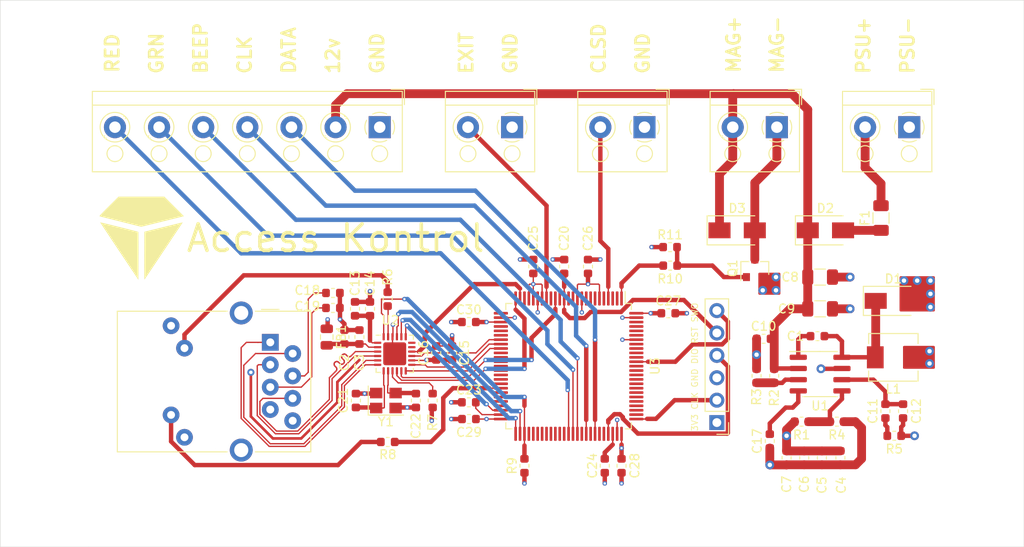
<source format=kicad_pcb>
(kicad_pcb (version 20171130) (host pcbnew 5.1.5-52549c5~86~ubuntu18.04.1)
  (layers (0 F.Cu signal) (1 In1.Cu power hide) (2 In2.Cu power hide) (31 B.Cu signal) (34 B.Paste user) (35 F.Paste user) (36 B.SilkS user) (37 F.SilkS user) (38 B.Mask user) (39 F.Mask user) (44 Edge.Cuts user))
  (net 0 "")
  (net 1 GND)
  (net 2 +3V3)
  (net 3 "Net-(J1-PadL3)")
  (net 4 "Net-(J1-PadR7)")
  (net 5 "Net-(C23-Pad1)")
  (net 6 "Net-(C22-Pad1)")
  (net 7 "Net-(U3-Pad98)")
  (net 8 "Net-(U3-Pad97)")
  (net 9 "Net-(U3-Pad96)")
  (net 10 "Net-(U3-Pad95)")
  (net 11 "Net-(U3-Pad93)")
  (net 12 "Net-(U3-Pad92)")
  (net 13 "Net-(U3-Pad91)")
  (net 14 "Net-(U3-Pad90)")
  (net 15 SWO)
  (net 16 "Net-(U3-Pad88)")
  (net 17 "Net-(U3-Pad87)")
  (net 18 "Net-(U3-Pad86)")
  (net 19 "Net-(U3-Pad85)")
  (net 20 "Net-(U3-Pad84)")
  (net 21 "Net-(U3-Pad83)")
  (net 22 NET_LED)
  (net 23 MAGNET_CTRL)
  (net 24 "Net-(U3-Pad80)")
  (net 25 "Net-(U3-Pad79)")
  (net 26 "Net-(U3-Pad78)")
  (net 27 "Net-(U3-Pad77)")
  (net 28 SWCLK)
  (net 29 SWDIO)
  (net 30 RMII_RST)
  (net 31 "Net-(U3-Pad70)")
  (net 32 "Net-(U3-Pad68)")
  (net 33 "Net-(U3-Pad66)")
  (net 34 "Net-(U3-Pad61)")
  (net 35 READER_RED)
  (net 36 READER_GREEN)
  (net 37 READER_BEEP)
  (net 38 READER_CLK)
  (net 39 READER_DATA)
  (net 40 "Net-(U3-Pad55)")
  (net 41 "Net-(U3-Pad54)")
  (net 42 RMII_TXD1)
  (net 43 RMII_TXD0)
  (net 44 RMII_TXEN)
  (net 45 "Net-(U3-Pad47)")
  (net 46 "Net-(U3-Pad46)")
  (net 47 "Net-(U3-Pad45)")
  (net 48 "Net-(U3-Pad44)")
  (net 49 "Net-(U3-Pad42)")
  (net 50 "Net-(U3-Pad41)")
  (net 51 "Net-(U3-Pad40)")
  (net 52 "Net-(U3-Pad39)")
  (net 53 "Net-(U3-Pad38)")
  (net 54 "Net-(U3-Pad37)")
  (net 55 "Net-(U3-Pad36)")
  (net 56 "Net-(U3-Pad35)")
  (net 57 RMII_RXD1)
  (net 58 RMII_RXD0)
  (net 59 RMII_CRSDV)
  (net 60 "Net-(U3-Pad31)")
  (net 61 "Net-(U3-Pad30)")
  (net 62 "Net-(U3-Pad29)")
  (net 63 "Net-(U3-Pad26)")
  (net 64 RMII_MDIO)
  (net 65 RMII_REFCLK)
  (net 66 "Net-(U3-Pad23)")
  (net 67 "Net-(U3-Pad17)")
  (net 68 RMII_MDC)
  (net 69 "Net-(U3-Pad15)")
  (net 70 RST)
  (net 71 "Net-(U3-Pad13)")
  (net 72 "Net-(U3-Pad12)")
  (net 73 "Net-(U3-Pad9)")
  (net 74 "Net-(U3-Pad8)")
  (net 75 "Net-(U3-Pad7)")
  (net 76 "Net-(U3-Pad5)")
  (net 77 "Net-(U3-Pad3)")
  (net 78 "Net-(U3-Pad2)")
  (net 79 "Net-(C24-Pad1)")
  (net 80 "Net-(C18-Pad1)")
  (net 81 RX-)
  (net 82 RX+)
  (net 83 TX-)
  (net 84 TX+)
  (net 85 MAGNET_N)
  (net 86 "Net-(U3-Pad82)")
  (net 87 "Net-(U3-Pad81)")
  (net 88 "Net-(U3-Pad71)")
  (net 89 "Net-(U3-Pad60)")
  (net 90 "Net-(U3-Pad59)")
  (net 91 "Net-(U3-Pad58)")
  (net 92 "Net-(U3-Pad57)")
  (net 93 "Net-(U3-Pad56)")
  (net 94 "Net-(J1-PadL2)")
  (net 95 "Net-(R1-Pad2)")
  (net 96 EXIT_BTN)
  (net 97 MAGNET_STATUS)
  (net 98 "Net-(U3-Pad62)")
  (net 99 "Net-(C1-Pad2)")
  (net 100 "Net-(C1-Pad1)")
  (net 101 VIN)
  (net 102 +12v)
  (net 103 "Net-(D2-Pad2)")
  (net 104 "Net-(C2-Pad1)")
  (net 105 "Net-(C11-Pad2)")
  (net 106 "Net-(C11-Pad1)")
  (net 107 "Net-(C13-Pad1)")
  (net 108 "Net-(C17-Pad2)")
  (net 109 "Net-(C19-Pad1)")
  (net 110 "Net-(C21-Pad1)")
  (net 111 "Net-(Q1-Pad1)")
  (net 112 "Net-(R2-Pad2)")
  (net 113 "Net-(R6-Pad2)")
  (net 114 "Net-(R7-Pad1)")
  (net 115 "Net-(U2-Pad17)")
  (net 116 "Net-(U2-Pad18)")
  (module Fuse:Fuse_1206_3216Metric (layer F.Cu) (at 159.8 81.7 90)
    (fp_text reference F1 (at 0 -1.82 90) (layer F.SilkS))
    (fp_text value " ASMD1206-200")
    (pad 2 smd roundrect (at 1.4 0 90) (size 1.25 1.75) (layers F.Cu F.Paste F.Mask) (roundrect_rratio 0.2) (net 101 VIN))
    (pad 1 smd roundrect (at -1.4 0 90) (size 1.25 1.75) (layers F.Cu F.Paste F.Mask) (roundrect_rratio 0.2) (net 103 "Net-(D2-Pad2)"))
  )
  (module Inductor_SMD:L_0805_2012Metric (layer F.Cu) (at 97 95.2 270)
    (fp_text reference FB1 (at 0 -1.65 90) (layer F.SilkS))
    (fp_text value Ferrite_Bead_Small)
    (pad 2 smd roundrect (at 0.9375 0 270) (size 0.975 1.4) (layers F.Cu F.Paste F.Mask) (net 104 "Net-(C2-Pad1)"))
    (pad 1 smd roundrect (at -0.9375 0 270) (size 0.975 1.4) (layers F.Cu F.Paste F.Mask) (net 2 +3V3))
  )
  (module MountingHole:MountingHole_3.5mm (layer F.Cu) (at 171 114)
    (fp_text reference REF** hide)
    (fp_text value MountingHole_3.5mm)
    (pad 1 np_thru_hole circle (at 0 0) (size 3.5 3.5) (drill 3.5) (layers *.Cu *.Mask))
  )
  (module MountingHole:MountingHole_3.5mm (layer F.Cu) (at 171 62)
    (fp_text reference REF** hide)
    (fp_text value MountingHole_3.5mm)
    (pad 1 np_thru_hole circle (at 0 0) (size 3.5 3.5) (drill 3.5) (layers *.Cu *.Mask))
  )
  (module MountingHole:MountingHole_3.5mm (layer F.Cu) (at 65 114)
    (fp_text reference REF** hide)
    (fp_text value MountingHole_3.5mm)
    (pad 1 np_thru_hole circle (at 0 0) (size 3.5 3.5) (drill 3.5) (layers *.Cu *.Mask))
  )
  (module MountingHole:MountingHole_3.5mm (layer F.Cu) (at 65 62)
    (fp_text reference REF** hide)
    (fp_text value MountingHole_3.5mm)
    (pad 1 np_thru_hole circle (at 0 0) (size 3.5 3.5) (drill 3.5) (layers *.Cu *.Mask))
  )
  (module Downloads:k (layer F.Cu) (at 76 84)
    (fp_text reference G*** hide)
    (fp_text value LOGO hide)
  )
  (module TerminalBlock_RND:TerminalBlock_RND_205-00001_1x02_P5.00mm_Horizontal (layer F.Cu) (at 163 71.4 180)
    (fp_text reference J2 hide)
    (fp_text value POWER)
    (pad 2 thru_hole circle (at 5 0 180) (size 2.5 2.5) (drill 1.3) (layers *.Cu *.Mask) (net 101 VIN))
    (pad 1 thru_hole rect (at 0 0 180) (size 2.5 2.5) (drill 1.3) (layers *.Cu *.Mask) (net 1 GND))
  )
  (module TerminalBlock_RND:TerminalBlock_RND_205-00001_1x02_P5.00mm_Horizontal (layer F.Cu) (at 133 71.4 180)
    (fp_text reference J7 hide)
    (fp_text value STATUS)
    (pad 2 thru_hole circle (at 5 0 180) (size 2.5 2.5) (drill 1.3) (layers *.Cu *.Mask) (net 97 MAGNET_STATUS))
    (pad 1 thru_hole rect (at 0 0 180) (size 2.5 2.5) (drill 1.3) (layers *.Cu *.Mask) (net 1 GND))
  )
  (module TerminalBlock_RND:TerminalBlock_RND_205-00001_1x02_P5.00mm_Horizontal (layer F.Cu) (at 118 71.4 180)
    (fp_text reference J6 hide)
    (fp_text value EXIT)
    (pad 1 thru_hole rect (at 0 0 180) (size 2.5 2.5) (drill 1.3) (layers *.Cu *.Mask) (net 1 GND))
    (pad 2 thru_hole circle (at 5 0 180) (size 2.5 2.5) (drill 1.3) (layers *.Cu *.Mask) (net 96 EXIT_BTN))
  )
  (module TerminalBlock_RND:TerminalBlock_RND_205-00006_1x07_P5.00mm_Horizontal (layer F.Cu) (at 103 71.4 180)
    (fp_text reference J4 hide)
    (fp_text value READER)
    (pad 1 thru_hole rect (at 0 0 180) (size 2.5 2.5) (drill 1.3) (layers *.Cu *.Mask) (net 1 GND))
    (pad 2 thru_hole circle (at 5 0 180) (size 2.5 2.5) (drill 1.3) (layers *.Cu *.Mask) (net 102 +12v))
    (pad 3 thru_hole circle (at 10 0 180) (size 2.5 2.5) (drill 1.3) (layers *.Cu *.Mask) (net 39 READER_DATA))
    (pad 4 thru_hole circle (at 15 0 180) (size 2.5 2.5) (drill 1.3) (layers *.Cu *.Mask) (net 38 READER_CLK))
    (pad 5 thru_hole circle (at 20 0 180) (size 2.5 2.5) (drill 1.3) (layers *.Cu *.Mask) (net 37 READER_BEEP))
    (pad 6 thru_hole circle (at 25 0 180) (size 2.5 2.5) (drill 1.3) (layers *.Cu *.Mask) (net 36 READER_GREEN))
    (pad 7 thru_hole circle (at 30 0 180) (size 2.5 2.5) (drill 1.3) (layers *.Cu *.Mask) (net 35 READER_RED))
  )
  (module TerminalBlock_RND:TerminalBlock_RND_205-00001_1x02_P5.00mm_Horizontal (layer F.Cu) (at 148 71.4 180)
    (fp_text reference J3 hide)
    (fp_text value MAGLOCK)
    (pad 2 thru_hole circle (at 5 0 180) (size 2.5 2.5) (drill 1.3) (layers *.Cu *.Mask) (net 102 +12v))
    (pad 1 thru_hole rect (at 0 0 180) (size 2.5 2.5) (drill 1.3) (layers *.Cu *.Mask) (net 85 MAGNET_N))
  )
  (module Package_TO_SOT_SMD:SOT-23 (layer F.Cu) (at 145.5 87.4 90)
    (fp_text reference Q1 (at 0 -2.5 90) (layer F.SilkS))
    (fp_text value AO3400A)
    (pad 3 smd rect (at 1 0 90) (size 0.9 0.8) (layers F.Cu F.Paste F.Mask) (net 85 MAGNET_N))
    (pad 2 smd rect (at -1 0.95 90) (size 0.9 0.8) (layers F.Cu F.Paste F.Mask) (net 1 GND))
    (pad 1 smd rect (at -1 -0.95 90) (size 0.9 0.8) (layers F.Cu F.Paste F.Mask) (net 111 "Net-(Q1-Pad1)"))
  )
  (module Package_SO:SOIC-8_3.9x4.9mm_P1.27mm (layer F.Cu) (at 152.9 99.4)
    (fp_text reference U1 (at 0 3.6) (layer F.SilkS))
    (fp_text value TPS54331)
    (pad 8 smd roundrect (at 2.475 -1.905) (size 1.95 0.6) (layers F.Cu F.Paste F.Mask) (net 99 "Net-(C1-Pad2)"))
    (pad 7 smd roundrect (at 2.475 -0.635) (size 1.95 0.6) (layers F.Cu F.Paste F.Mask) (net 1 GND))
    (pad 6 smd roundrect (at 2.475 0.635) (size 1.95 0.6) (layers F.Cu F.Paste F.Mask) (net 105 "Net-(C11-Pad2)"))
    (pad 5 smd roundrect (at 2.475 1.905) (size 1.95 0.6) (layers F.Cu F.Paste F.Mask) (net 95 "Net-(R1-Pad2)"))
    (pad 4 smd roundrect (at -2.475 1.905) (size 1.95 0.6) (layers F.Cu F.Paste F.Mask) (net 108 "Net-(C17-Pad2)"))
    (pad 3 smd roundrect (at -2.475 0.635) (size 1.95 0.6) (layers F.Cu F.Paste F.Mask) (net 112 "Net-(R2-Pad2)"))
    (pad 2 smd roundrect (at -2.475 -0.635) (size 1.95 0.6) (layers F.Cu F.Paste F.Mask) (net 102 +12v))
    (pad 1 smd roundrect (at -2.475 -1.905) (size 1.95 0.6) (layers F.Cu F.Paste F.Mask) (net 100 "Net-(C1-Pad1)"))
  )
  (module Resistor_SMD:R_0603_1608Metric (layer F.Cu) (at 161.3 106.4)
    (fp_text reference R5 (at 0 1.5) (layer F.SilkS))
    (fp_text value 29.4k)
    (pad 2 smd roundrect (at 0.7875 0) (size 0.875 0.95) (layers F.Cu F.Paste F.Mask) (net 1 GND))
    (pad 1 smd roundrect (at -0.7875 0) (size 0.875 0.95) (layers F.Cu F.Paste F.Mask) (net 106 "Net-(C11-Pad1)"))
  )
  (module Resistor_SMD:R_0603_1608Metric (layer F.Cu) (at 145.7 99.6 90)
    (fp_text reference R3 (at -2.4 0 90) (layer F.SilkS))
    (fp_text value 68.1k)
    (pad 2 smd roundrect (at 0.7875 0 90) (size 0.875 0.95) (layers F.Cu F.Paste F.Mask) (net 1 GND))
    (pad 1 smd roundrect (at -0.7875 0 90) (size 0.875 0.95) (layers F.Cu F.Paste F.Mask) (net 112 "Net-(R2-Pad2)"))
  )
  (module Resistor_SMD:R_0603_1608Metric (layer F.Cu) (at 154.8 104.8)
    (fp_text reference R4 (at 0 1.5) (layer F.SilkS))
    (fp_text value 3.24k)
    (pad 2 smd roundrect (at 0.7875 0) (size 0.875 0.95) (layers F.Cu F.Paste F.Mask) (net 1 GND))
    (pad 1 smd roundrect (at -0.7875 0) (size 0.875 0.95) (layers F.Cu F.Paste F.Mask) (net 95 "Net-(R1-Pad2)"))
  )
  (module Resistor_SMD:R_0603_1608Metric (layer F.Cu) (at 147.7 99.6 270)
    (fp_text reference R2 (at 2.5 0 90) (layer F.SilkS))
    (fp_text value 332k)
    (pad 2 smd roundrect (at 0.7875 0 270) (size 0.875 0.95) (layers F.Cu F.Paste F.Mask) (net 112 "Net-(R2-Pad2)"))
    (pad 1 smd roundrect (at -0.7875 0 270) (size 0.875 0.95) (layers F.Cu F.Paste F.Mask) (net 102 +12v))
  )
  (module Resistor_SMD:R_0603_1608Metric (layer F.Cu) (at 150.8 104.8)
    (fp_text reference R1 (at 0 1.5) (layer F.SilkS))
    (fp_text value 10.2k)
    (pad 2 smd roundrect (at 0.7875 0) (size 0.875 0.95) (layers F.Cu F.Paste F.Mask) (net 95 "Net-(R1-Pad2)"))
    (pad 1 smd roundrect (at -0.7875 0) (size 0.875 0.95) (layers F.Cu F.Paste F.Mask) (net 2 +3V3))
  )
  (module Inductor_SMD:L_Sunlord_MWSA0518_5.4x5.2mm (layer F.Cu) (at 161.2 97.5 180)
    (fp_text reference L1 (at 0 -3.6) (layer F.SilkS))
    (fp_text value 6.8u)
    (pad 2 smd rect (at 2.05 0 180) (size 1.9 2.5) (layers F.Cu F.Paste F.Mask) (net 99 "Net-(C1-Pad2)"))
    (pad 1 smd rect (at -2.05 0 180) (size 1.9 2.5) (layers F.Cu F.Paste F.Mask) (net 2 +3V3))
  )
  (module Diode_SMD:D_SMA (layer F.Cu) (at 143.5 83.1)
    (fp_text reference D3 (at 0 -2.5) (layer F.SilkS))
    (fp_text value B340A)
    (pad 2 smd rect (at 2 0) (size 2.5 1.8) (layers F.Cu F.Paste F.Mask) (net 85 MAGNET_N))
    (pad 1 smd rect (at -2 0) (size 2.5 1.8) (layers F.Cu F.Paste F.Mask) (net 102 +12v))
  )
  (module Diode_SMD:D_SMA (layer F.Cu) (at 153.5 83.1)
    (fp_text reference D2 (at 0 -2.5) (layer F.SilkS))
    (fp_text value B340A)
    (pad 2 smd rect (at 2 0) (size 2.5 1.8) (layers F.Cu F.Paste F.Mask) (net 103 "Net-(D2-Pad2)"))
    (pad 1 smd rect (at -2 0) (size 2.5 1.8) (layers F.Cu F.Paste F.Mask) (net 102 +12v))
  )
  (module Diode_SMD:D_SMA (layer F.Cu) (at 161.2 91.1)
    (fp_text reference D1 (at 0 -2.5) (layer F.SilkS))
    (fp_text value B340A)
    (pad 2 smd rect (at 2 0) (size 2.5 1.8) (layers F.Cu F.Paste F.Mask) (net 1 GND))
    (pad 1 smd rect (at -2 0) (size 2.5 1.8) (layers F.Cu F.Paste F.Mask) (net 99 "Net-(C1-Pad2)"))
  )
  (module Capacitor_SMD:C_0603_1608Metric (layer F.Cu) (at 149.1 108.9 90)
    (fp_text reference C7 (at -3 0 90) (layer F.SilkS))
    (fp_text value 22u)
    (pad 2 smd roundrect (at 0.7875 0 90) (size 0.875 0.95) (layers F.Cu F.Paste F.Mask) (net 2 +3V3))
    (pad 1 smd roundrect (at -0.7875 0 90) (size 0.875 0.95) (layers F.Cu F.Paste F.Mask) (net 1 GND))
  )
  (module Capacitor_SMD:C_0603_1608Metric (layer F.Cu) (at 151.1 108.9 90)
    (fp_text reference C6 (at -3 0 90) (layer F.SilkS))
    (fp_text value 22u)
    (pad 2 smd roundrect (at 0.7875 0 90) (size 0.875 0.95) (layers F.Cu F.Paste F.Mask) (net 2 +3V3))
    (pad 1 smd roundrect (at -0.7875 0 90) (size 0.875 0.95) (layers F.Cu F.Paste F.Mask) (net 1 GND))
  )
  (module Capacitor_SMD:C_0603_1608Metric (layer F.Cu) (at 147.2 107 90)
    (fp_text reference C17 (at 0 -1.43 90) (layer F.SilkS))
    (fp_text value 10n)
    (pad 2 smd roundrect (at 0.7875 0 90) (size 0.875 0.95) (layers F.Cu F.Paste F.Mask) (net 108 "Net-(C17-Pad2)"))
    (pad 1 smd roundrect (at -0.7875 0 90) (size 0.875 0.95) (layers F.Cu F.Paste F.Mask) (net 1 GND))
  )
  (module Capacitor_SMD:C_0603_1608Metric (layer F.Cu) (at 162.3 103.6 90)
    (fp_text reference C12 (at 0 1.5 90) (layer F.SilkS))
    (fp_text value 47p)
    (pad 2 smd roundrect (at 0.7875 0 90) (size 0.875 0.95) (layers F.Cu F.Paste F.Mask) (net 105 "Net-(C11-Pad2)"))
    (pad 1 smd roundrect (at -0.7875 0 90) (size 0.875 0.95) (layers F.Cu F.Paste F.Mask) (net 1 GND))
  )
  (module Capacitor_SMD:C_0603_1608Metric (layer F.Cu) (at 160.3 103.6 90)
    (fp_text reference C11 (at 0 -1.43 90) (layer F.SilkS))
    (fp_text value 1n)
    (pad 2 smd roundrect (at 0.7875 0 90) (size 0.875 0.95) (layers F.Cu F.Paste F.Mask) (net 105 "Net-(C11-Pad2)"))
    (pad 1 smd roundrect (at -0.7875 0 90) (size 0.875 0.95) (layers F.Cu F.Paste F.Mask) (net 106 "Net-(C11-Pad1)"))
  )
  (module Capacitor_SMD:C_0603_1608Metric (layer F.Cu) (at 146.5 95.4)
    (fp_text reference C10 (at 0 -1.43) (layer F.SilkS))
    (fp_text value 10n)
    (pad 2 smd roundrect (at 0.7875 0) (size 0.875 0.95) (layers F.Cu F.Paste F.Mask) (net 102 +12v))
    (pad 1 smd roundrect (at -0.7875 0) (size 0.875 0.95) (layers F.Cu F.Paste F.Mask) (net 1 GND))
  )
  (module Capacitor_SMD:C_1206_3216Metric (layer F.Cu) (at 152.9 92 180)
    (fp_text reference C9 (at 3.8 0) (layer F.SilkS))
    (fp_text value 4.7u)
    (pad 2 smd roundrect (at 1.4 0 180) (size 1.25 1.75) (layers F.Cu F.Paste F.Mask) (roundrect_rratio 0.2) (net 102 +12v))
    (pad 1 smd roundrect (at -1.4 0 180) (size 1.25 1.75) (layers F.Cu F.Paste F.Mask) (roundrect_rratio 0.2) (net 1 GND))
  )
  (module Capacitor_SMD:C_1206_3216Metric (layer F.Cu) (at 152.9 88.4 180)
    (fp_text reference C8 (at 3.4 0) (layer F.SilkS))
    (fp_text value 4.7u)
    (pad 2 smd roundrect (at 1.4 0 180) (size 1.25 1.75) (layers F.Cu F.Paste F.Mask) (roundrect_rratio 0.2) (net 102 +12v))
    (pad 1 smd roundrect (at -1.4 0 180) (size 1.25 1.75) (layers F.Cu F.Paste F.Mask) (roundrect_rratio 0.2) (net 1 GND))
  )
  (module Capacitor_SMD:C_0603_1608Metric (layer F.Cu) (at 153.1 108.9 90)
    (fp_text reference C5 (at -3.1 0 90) (layer F.SilkS))
    (fp_text value 22u)
    (pad 2 smd roundrect (at 0.7875 0 90) (size 0.875 0.95) (layers F.Cu F.Paste F.Mask) (net 2 +3V3))
    (pad 1 smd roundrect (at -0.7875 0 90) (size 0.875 0.95) (layers F.Cu F.Paste F.Mask) (net 1 GND))
  )
  (module Capacitor_SMD:C_0603_1608Metric (layer F.Cu) (at 155.2 108.9 90)
    (fp_text reference C4 (at -3.1 0.1 90) (layer F.SilkS))
    (fp_text value 22u)
    (pad 2 smd roundrect (at 0.7875 0 90) (size 0.875 0.95) (layers F.Cu F.Paste F.Mask) (net 2 +3V3))
    (pad 1 smd roundrect (at -0.7875 0 90) (size 0.875 0.95) (layers F.Cu F.Paste F.Mask) (net 1 GND))
  )
  (module Capacitor_SMD:C_0603_1608Metric (layer F.Cu) (at 152.6 95.1)
    (fp_text reference C1 (at -2.5 0) (layer F.SilkS))
    (fp_text value 100n)
    (pad 2 smd roundrect (at 0.7875 0) (size 0.875 0.95) (layers F.Cu F.Paste F.Mask) (net 99 "Net-(C1-Pad2)"))
    (pad 1 smd roundrect (at -0.7875 0) (size 0.875 0.95) (layers F.Cu F.Paste F.Mask) (net 100 "Net-(C1-Pad1)"))
  )
  (module Connector_RJ:RJ45_Amphenol_RJMG1BD3B8K1ANR (layer F.Cu) (at 90.6 95.8 270)
    (fp_text reference J1 hide)
    (fp_text value RJ45_Amphenol_RJMG1BD3B8K1ANR)
    (pad R1 thru_hole rect (at 0 0 270) (size 1.9 1.9) (drill 0.9) (layers *.Cu *.Mask) (net 84 TX+))
    (pad R2 thru_hole circle (at 1.27 -2.54 270) (size 1.9 1.9) (drill 0.9) (layers *.Cu *.Mask) (net 83 TX-))
    (pad R3 thru_hole circle (at 2.54 0 270) (size 1.9 1.9) (drill 0.9) (layers *.Cu *.Mask) (net 82 RX+))
    (pad R4 thru_hole circle (at 3.81 -2.54 270) (size 1.9 1.9) (drill 0.9) (layers *.Cu *.Mask) (net 80 "Net-(C18-Pad1)"))
    (pad R5 thru_hole circle (at 5.08 0 270) (size 1.9 1.9) (drill 0.9) (layers *.Cu *.Mask) (net 109 "Net-(C19-Pad1)"))
    (pad R6 thru_hole circle (at 6.35 -2.54 270) (size 1.9 1.9) (drill 0.9) (layers *.Cu *.Mask) (net 81 RX-))
    (pad R7 thru_hole circle (at 7.62 0 270) (size 1.9 1.9) (drill 0.9) (layers *.Cu *.Mask) (net 4 "Net-(J1-PadR7)"))
    (pad R8 thru_hole circle (at 8.89 -2.54 270) (size 1.9 1.9) (drill 0.9) (layers *.Cu *.Mask) (net 1 GND))
    (pad L1 thru_hole circle (at 10.77 9.72 270) (size 1.89 1.89) (drill 0.89) (layers *.Cu *.Mask) (net 2 +3V3))
    (pad L2 thru_hole circle (at 8.23 11.24 270) (size 1.89 1.89) (drill 0.89) (layers *.Cu *.Mask) (net 94 "Net-(J1-PadL2)"))
    (pad L3 thru_hole circle (at 0.66 9.72 270) (size 1.89 1.89) (drill 0.89) (layers *.Cu *.Mask) (net 3 "Net-(J1-PadL3)"))
    (pad L4 thru_hole circle (at -1.88 11.24 270) (size 1.89 1.89) (drill 0.89) (layers *.Cu *.Mask) (net 2 +3V3))
    (pad 13 thru_hole circle (at -3.33 3.29 270) (size 2.6 2.6) (drill 1.6) (layers *.Cu *.Mask) (net 1 GND))
    (pad 13 thru_hole circle (at 12.22 3.29 270) (size 2.6 2.6) (drill 1.6) (layers *.Cu *.Mask) (net 1 GND))
    (pad "" np_thru_hole circle (at -1.27 6.34 270) (size 3.25 3.25) (drill 3.25) (layers *.Cu *.Mask))
    (pad "" np_thru_hole circle (at 10.16 6.34 270) (size 3.25 3.25) (drill 3.25) (layers *.Cu *.Mask))
  )
  (module Package_QFP:LQFP-100_14x14mm_P0.5mm (layer F.Cu) (at 124.4 98.5 270)
    (fp_text reference U3 (at 0 -9.8 90) (layer F.SilkS))
    (fp_text value STM32F407VGTx)
    (pad 100 smd roundrect (at -6 -7.675 270) (size 0.3 1.6) (layers F.Cu F.Paste F.Mask) (net 2 +3V3))
    (pad 99 smd roundrect (at -5.5 -7.675 270) (size 0.3 1.6) (layers F.Cu F.Paste F.Mask) (net 1 GND))
    (pad 98 smd roundrect (at -5 -7.675 270) (size 0.3 1.6) (layers F.Cu F.Paste F.Mask) (net 7 "Net-(U3-Pad98)"))
    (pad 97 smd roundrect (at -4.5 -7.675 270) (size 0.3 1.6) (layers F.Cu F.Paste F.Mask) (net 8 "Net-(U3-Pad97)"))
    (pad 96 smd roundrect (at -4 -7.675 270) (size 0.3 1.6) (layers F.Cu F.Paste F.Mask) (net 9 "Net-(U3-Pad96)"))
    (pad 95 smd roundrect (at -3.5 -7.675 270) (size 0.3 1.6) (layers F.Cu F.Paste F.Mask) (net 10 "Net-(U3-Pad95)"))
    (pad 94 smd roundrect (at -3 -7.675 270) (size 0.3 1.6) (layers F.Cu F.Paste F.Mask) (net 1 GND))
    (pad 93 smd roundrect (at -2.5 -7.675 270) (size 0.3 1.6) (layers F.Cu F.Paste F.Mask) (net 11 "Net-(U3-Pad93)"))
    (pad 92 smd roundrect (at -2 -7.675 270) (size 0.3 1.6) (layers F.Cu F.Paste F.Mask) (net 12 "Net-(U3-Pad92)"))
    (pad 91 smd roundrect (at -1.5 -7.675 270) (size 0.3 1.6) (layers F.Cu F.Paste F.Mask) (net 13 "Net-(U3-Pad91)"))
    (pad 90 smd roundrect (at -1 -7.675 270) (size 0.3 1.6) (layers F.Cu F.Paste F.Mask) (net 14 "Net-(U3-Pad90)"))
    (pad 89 smd roundrect (at -0.5 -7.675 270) (size 0.3 1.6) (layers F.Cu F.Paste F.Mask) (net 15 SWO))
    (pad 88 smd roundrect (at 0 -7.675 270) (size 0.3 1.6) (layers F.Cu F.Paste F.Mask) (net 16 "Net-(U3-Pad88)"))
    (pad 87 smd roundrect (at 0.5 -7.675 270) (size 0.3 1.6) (layers F.Cu F.Paste F.Mask) (net 17 "Net-(U3-Pad87)"))
    (pad 86 smd roundrect (at 1 -7.675 270) (size 0.3 1.6) (layers F.Cu F.Paste F.Mask) (net 18 "Net-(U3-Pad86)"))
    (pad 85 smd roundrect (at 1.5 -7.675 270) (size 0.3 1.6) (layers F.Cu F.Paste F.Mask) (net 19 "Net-(U3-Pad85)"))
    (pad 84 smd roundrect (at 2 -7.675 270) (size 0.3 1.6) (layers F.Cu F.Paste F.Mask) (net 20 "Net-(U3-Pad84)"))
    (pad 83 smd roundrect (at 2.5 -7.675 270) (size 0.3 1.6) (layers F.Cu F.Paste F.Mask) (net 21 "Net-(U3-Pad83)"))
    (pad 82 smd roundrect (at 3 -7.675 270) (size 0.3 1.6) (layers F.Cu F.Paste F.Mask) (net 86 "Net-(U3-Pad82)"))
    (pad 81 smd roundrect (at 3.5 -7.675 270) (size 0.3 1.6) (layers F.Cu F.Paste F.Mask) (net 87 "Net-(U3-Pad81)"))
    (pad 80 smd roundrect (at 4 -7.675 270) (size 0.3 1.6) (layers F.Cu F.Paste F.Mask) (net 24 "Net-(U3-Pad80)"))
    (pad 79 smd roundrect (at 4.5 -7.675 270) (size 0.3 1.6) (layers F.Cu F.Paste F.Mask) (net 25 "Net-(U3-Pad79)"))
    (pad 78 smd roundrect (at 5 -7.675 270) (size 0.3 1.6) (layers F.Cu F.Paste F.Mask) (net 26 "Net-(U3-Pad78)"))
    (pad 77 smd roundrect (at 5.5 -7.675 270) (size 0.3 1.6) (layers F.Cu F.Paste F.Mask) (net 27 "Net-(U3-Pad77)"))
    (pad 76 smd roundrect (at 6 -7.675 270) (size 0.3 1.6) (layers F.Cu F.Paste F.Mask) (net 28 SWCLK))
    (pad 75 smd roundrect (at 7.675 -6 270) (size 1.6 0.3) (layers F.Cu F.Paste F.Mask) (net 2 +3V3))
    (pad 74 smd roundrect (at 7.675 -5.5 270) (size 1.6 0.3) (layers F.Cu F.Paste F.Mask) (net 1 GND))
    (pad 73 smd roundrect (at 7.675 -5 270) (size 1.6 0.3) (layers F.Cu F.Paste F.Mask) (net 79 "Net-(C24-Pad1)"))
    (pad 72 smd roundrect (at 7.675 -4.5 270) (size 1.6 0.3) (layers F.Cu F.Paste F.Mask) (net 29 SWDIO))
    (pad 71 smd roundrect (at 7.675 -4 270) (size 1.6 0.3) (layers F.Cu F.Paste F.Mask) (net 88 "Net-(U3-Pad71)"))
    (pad 70 smd roundrect (at 7.675 -3.5 270) (size 1.6 0.3) (layers F.Cu F.Paste F.Mask) (net 31 "Net-(U3-Pad70)"))
    (pad 69 smd roundrect (at 7.675 -3 270) (size 1.6 0.3) (layers F.Cu F.Paste F.Mask) (net 39 READER_DATA))
    (pad 68 smd roundrect (at 7.675 -2.5 270) (size 1.6 0.3) (layers F.Cu F.Paste F.Mask) (net 32 "Net-(U3-Pad68)"))
    (pad 67 smd roundrect (at 7.675 -2 270) (size 1.6 0.3) (layers F.Cu F.Paste F.Mask) (net 38 READER_CLK))
    (pad 66 smd roundrect (at 7.675 -1.5 270) (size 1.6 0.3) (layers F.Cu F.Paste F.Mask) (net 33 "Net-(U3-Pad66)"))
    (pad 65 smd roundrect (at 7.675 -1 270) (size 1.6 0.3) (layers F.Cu F.Paste F.Mask) (net 37 READER_BEEP))
    (pad 64 smd roundrect (at 7.675 -0.5 270) (size 1.6 0.3) (layers F.Cu F.Paste F.Mask) (net 36 READER_GREEN))
    (pad 63 smd roundrect (at 7.675 0 270) (size 1.6 0.3) (layers F.Cu F.Paste F.Mask) (net 35 READER_RED))
    (pad 62 smd roundrect (at 7.675 0.5 270) (size 1.6 0.3) (layers F.Cu F.Paste F.Mask) (net 98 "Net-(U3-Pad62)"))
    (pad 61 smd roundrect (at 7.675 1 270) (size 1.6 0.3) (layers F.Cu F.Paste F.Mask) (net 34 "Net-(U3-Pad61)"))
    (pad 60 smd roundrect (at 7.675 1.5 270) (size 1.6 0.3) (layers F.Cu F.Paste F.Mask) (net 89 "Net-(U3-Pad60)"))
    (pad 59 smd roundrect (at 7.675 2 270) (size 1.6 0.3) (layers F.Cu F.Paste F.Mask) (net 90 "Net-(U3-Pad59)"))
    (pad 58 smd roundrect (at 7.675 2.5 270) (size 1.6 0.3) (layers F.Cu F.Paste F.Mask) (net 91 "Net-(U3-Pad58)"))
    (pad 57 smd roundrect (at 7.675 3 270) (size 1.6 0.3) (layers F.Cu F.Paste F.Mask) (net 92 "Net-(U3-Pad57)"))
    (pad 56 smd roundrect (at 7.675 3.5 270) (size 1.6 0.3) (layers F.Cu F.Paste F.Mask) (net 93 "Net-(U3-Pad56)"))
    (pad 55 smd roundrect (at 7.675 4 270) (size 1.6 0.3) (layers F.Cu F.Paste F.Mask) (net 40 "Net-(U3-Pad55)"))
    (pad 54 smd roundrect (at 7.675 4.5 270) (size 1.6 0.3) (layers F.Cu F.Paste F.Mask) (net 41 "Net-(U3-Pad54)"))
    (pad 53 smd roundrect (at 7.675 5 270) (size 1.6 0.3) (layers F.Cu F.Paste F.Mask) (net 30 RMII_RST))
    (pad 52 smd roundrect (at 7.675 5.5 270) (size 1.6 0.3) (layers F.Cu F.Paste F.Mask) (net 42 RMII_TXD1))
    (pad 51 smd roundrect (at 7.675 6 270) (size 1.6 0.3) (layers F.Cu F.Paste F.Mask) (net 43 RMII_TXD0))
    (pad 50 smd roundrect (at 6 7.675 270) (size 0.3 1.6) (layers F.Cu F.Paste F.Mask) (net 2 +3V3))
    (pad 49 smd roundrect (at 5.5 7.675 270) (size 0.3 1.6) (layers F.Cu F.Paste F.Mask) (net 5 "Net-(C23-Pad1)"))
    (pad 48 smd roundrect (at 5 7.675 270) (size 0.3 1.6) (layers F.Cu F.Paste F.Mask) (net 44 RMII_TXEN))
    (pad 47 smd roundrect (at 4.5 7.675 270) (size 0.3 1.6) (layers F.Cu F.Paste F.Mask) (net 45 "Net-(U3-Pad47)"))
    (pad 46 smd roundrect (at 4 7.675 270) (size 0.3 1.6) (layers F.Cu F.Paste F.Mask) (net 46 "Net-(U3-Pad46)"))
    (pad 45 smd roundrect (at 3.5 7.675 270) (size 0.3 1.6) (layers F.Cu F.Paste F.Mask) (net 47 "Net-(U3-Pad45)"))
    (pad 44 smd roundrect (at 3 7.675 270) (size 0.3 1.6) (layers F.Cu F.Paste F.Mask) (net 48 "Net-(U3-Pad44)"))
    (pad 43 smd roundrect (at 2.5 7.675 270) (size 0.3 1.6) (layers F.Cu F.Paste F.Mask) (net 22 NET_LED))
    (pad 42 smd roundrect (at 2 7.675 270) (size 0.3 1.6) (layers F.Cu F.Paste F.Mask) (net 49 "Net-(U3-Pad42)"))
    (pad 41 smd roundrect (at 1.5 7.675 270) (size 0.3 1.6) (layers F.Cu F.Paste F.Mask) (net 50 "Net-(U3-Pad41)"))
    (pad 40 smd roundrect (at 1 7.675 270) (size 0.3 1.6) (layers F.Cu F.Paste F.Mask) (net 51 "Net-(U3-Pad40)"))
    (pad 39 smd roundrect (at 0.5 7.675 270) (size 0.3 1.6) (layers F.Cu F.Paste F.Mask) (net 52 "Net-(U3-Pad39)"))
    (pad 38 smd roundrect (at 0 7.675 270) (size 0.3 1.6) (layers F.Cu F.Paste F.Mask) (net 53 "Net-(U3-Pad38)"))
    (pad 37 smd roundrect (at -0.5 7.675 270) (size 0.3 1.6) (layers F.Cu F.Paste F.Mask) (net 54 "Net-(U3-Pad37)"))
    (pad 36 smd roundrect (at -1 7.675 270) (size 0.3 1.6) (layers F.Cu F.Paste F.Mask) (net 55 "Net-(U3-Pad36)"))
    (pad 35 smd roundrect (at -1.5 7.675 270) (size 0.3 1.6) (layers F.Cu F.Paste F.Mask) (net 56 "Net-(U3-Pad35)"))
    (pad 34 smd roundrect (at -2 7.675 270) (size 0.3 1.6) (layers F.Cu F.Paste F.Mask) (net 57 RMII_RXD1))
    (pad 33 smd roundrect (at -2.5 7.675 270) (size 0.3 1.6) (layers F.Cu F.Paste F.Mask) (net 58 RMII_RXD0))
    (pad 32 smd roundrect (at -3 7.675 270) (size 0.3 1.6) (layers F.Cu F.Paste F.Mask) (net 59 RMII_CRSDV))
    (pad 31 smd roundrect (at -3.5 7.675 270) (size 0.3 1.6) (layers F.Cu F.Paste F.Mask) (net 60 "Net-(U3-Pad31)"))
    (pad 30 smd roundrect (at -4 7.675 270) (size 0.3 1.6) (layers F.Cu F.Paste F.Mask) (net 61 "Net-(U3-Pad30)"))
    (pad 29 smd roundrect (at -4.5 7.675 270) (size 0.3 1.6) (layers F.Cu F.Paste F.Mask) (net 62 "Net-(U3-Pad29)"))
    (pad 28 smd roundrect (at -5 7.675 270) (size 0.3 1.6) (layers F.Cu F.Paste F.Mask) (net 2 +3V3))
    (pad 27 smd roundrect (at -5.5 7.675 270) (size 0.3 1.6) (layers F.Cu F.Paste F.Mask) (net 1 GND))
    (pad 26 smd roundrect (at -6 7.675 270) (size 0.3 1.6) (layers F.Cu F.Paste F.Mask) (net 63 "Net-(U3-Pad26)"))
    (pad 25 smd roundrect (at -7.675 6 270) (size 1.6 0.3) (layers F.Cu F.Paste F.Mask) (net 64 RMII_MDIO))
    (pad 24 smd roundrect (at -7.675 5.5 270) (size 1.6 0.3) (layers F.Cu F.Paste F.Mask) (net 65 RMII_REFCLK))
    (pad 23 smd roundrect (at -7.675 5 270) (size 1.6 0.3) (layers F.Cu F.Paste F.Mask) (net 66 "Net-(U3-Pad23)"))
    (pad 22 smd roundrect (at -7.675 4.5 270) (size 1.6 0.3) (layers F.Cu F.Paste F.Mask) (net 2 +3V3))
    (pad 21 smd roundrect (at -7.675 4 270) (size 1.6 0.3) (layers F.Cu F.Paste F.Mask) (net 2 +3V3))
    (pad 20 smd roundrect (at -7.675 3.5 270) (size 1.6 0.3) (layers F.Cu F.Paste F.Mask) (net 1 GND))
    (pad 19 smd roundrect (at -7.675 3 270) (size 1.6 0.3) (layers F.Cu F.Paste F.Mask) (net 2 +3V3))
    (pad 18 smd roundrect (at -7.675 2.5 270) (size 1.6 0.3) (layers F.Cu F.Paste F.Mask) (net 96 EXIT_BTN))
    (pad 17 smd roundrect (at -7.675 2 270) (size 1.6 0.3) (layers F.Cu F.Paste F.Mask) (net 67 "Net-(U3-Pad17)"))
    (pad 16 smd roundrect (at -7.675 1.5 270) (size 1.6 0.3) (layers F.Cu F.Paste F.Mask) (net 68 RMII_MDC))
    (pad 15 smd roundrect (at -7.675 1 270) (size 1.6 0.3) (layers F.Cu F.Paste F.Mask) (net 69 "Net-(U3-Pad15)"))
    (pad 14 smd roundrect (at -7.675 0.5 270) (size 1.6 0.3) (layers F.Cu F.Paste F.Mask) (net 70 RST))
    (pad 13 smd roundrect (at -7.675 0 270) (size 1.6 0.3) (layers F.Cu F.Paste F.Mask) (net 71 "Net-(U3-Pad13)"))
    (pad 12 smd roundrect (at -7.675 -0.5 270) (size 1.6 0.3) (layers F.Cu F.Paste F.Mask) (net 72 "Net-(U3-Pad12)"))
    (pad 11 smd roundrect (at -7.675 -1 270) (size 1.6 0.3) (layers F.Cu F.Paste F.Mask) (net 2 +3V3))
    (pad 10 smd roundrect (at -7.675 -1.5 270) (size 1.6 0.3) (layers F.Cu F.Paste F.Mask) (net 1 GND))
    (pad 9 smd roundrect (at -7.675 -2 270) (size 1.6 0.3) (layers F.Cu F.Paste F.Mask) (net 73 "Net-(U3-Pad9)"))
    (pad 8 smd roundrect (at -7.675 -2.5 270) (size 1.6 0.3) (layers F.Cu F.Paste F.Mask) (net 74 "Net-(U3-Pad8)"))
    (pad 7 smd roundrect (at -7.675 -3 270) (size 1.6 0.3) (layers F.Cu F.Paste F.Mask) (net 75 "Net-(U3-Pad7)"))
    (pad 6 smd roundrect (at -7.675 -3.5 270) (size 1.6 0.3) (layers F.Cu F.Paste F.Mask) (net 2 +3V3))
    (pad 5 smd roundrect (at -7.675 -4 270) (size 1.6 0.3) (layers F.Cu F.Paste F.Mask) (net 76 "Net-(U3-Pad5)"))
    (pad 4 smd roundrect (at -7.675 -4.5 270) (size 1.6 0.3) (layers F.Cu F.Paste F.Mask) (net 97 MAGNET_STATUS))
    (pad 3 smd roundrect (at -7.675 -5 270) (size 1.6 0.3) (layers F.Cu F.Paste F.Mask) (net 77 "Net-(U3-Pad3)"))
    (pad 2 smd roundrect (at -7.675 -5.5 270) (size 1.6 0.3) (layers F.Cu F.Paste F.Mask) (net 78 "Net-(U3-Pad2)"))
    (pad 1 smd roundrect (at -7.675 -6 270) (size 1.6 0.3) (layers F.Cu F.Paste F.Mask) (net 23 MAGNET_CTRL))
  )
  (module Resistor_SMD:R_0603_1608Metric (layer F.Cu) (at 119.4 109.8 270)
    (fp_text reference R9 (at 0 1.4 270) (layer F.SilkS))
    (fp_text value 10k)
    (pad 2 smd roundrect (at 0.7875 0 270) (size 0.875 0.95) (layers F.Cu F.Paste F.Mask) (net 1 GND))
    (pad 1 smd roundrect (at -0.7875 0 270) (size 0.875 0.95) (layers F.Cu F.Paste F.Mask) (net 30 RMII_RST))
  )
  (module Capacitor_SMD:C_0603_1608Metric (layer F.Cu) (at 100.7 95.2 90)
    (fp_text reference C3 (at -2.9 0 90) (layer F.SilkS))
    (fp_text value 100n)
    (pad 2 smd roundrect (at 0.7875 0 90) (size 0.875 0.95) (layers F.Cu F.Paste F.Mask) (net 1 GND))
    (pad 1 smd roundrect (at -0.7875 0 90) (size 0.875 0.95) (layers F.Cu F.Paste F.Mask) (net 104 "Net-(C2-Pad1)"))
  )
  (module Capacitor_SMD:C_0603_1608Metric (layer F.Cu) (at 107.1 102.4 270)
    (fp_text reference C22 (at 2.9 0 90) (layer F.SilkS))
    (fp_text value 18p)
    (pad 2 smd roundrect (at 0.7875 0 270) (size 0.875 0.95) (layers F.Cu F.Paste F.Mask) (net 1 GND))
    (pad 1 smd roundrect (at -0.7875 0 270) (size 0.875 0.95) (layers F.Cu F.Paste F.Mask) (net 6 "Net-(C22-Pad1)"))
  )
  (module Crystal:Crystal_SMD_3225-4Pin_3.2x2.5mm (layer F.Cu) (at 103.7 102.4)
    (fp_text reference Y1 (at 0 2.4) (layer F.SilkS))
    (fp_text value 25MHz)
    (pad 4 smd rect (at -1.1 -0.85) (size 1.4 1.2) (layers F.Cu F.Paste F.Mask) (net 1 GND))
    (pad 3 smd rect (at 1.1 -0.85) (size 1.4 1.2) (layers F.Cu F.Paste F.Mask) (net 6 "Net-(C22-Pad1)"))
    (pad 2 smd rect (at 1.1 0.85) (size 1.4 1.2) (layers F.Cu F.Paste F.Mask) (net 1 GND))
    (pad 1 smd rect (at -1.1 0.85) (size 1.4 1.2) (layers F.Cu F.Paste F.Mask) (net 110 "Net-(C21-Pad1)"))
  )
  (module Resistor_SMD:R_0603_1608Metric (layer F.Cu) (at 135.9 85)
    (fp_text reference R11 (at 0 -1.4) (layer F.SilkS))
    (fp_text value 10k)
    (pad 2 smd roundrect (at 0.7875 0) (size 0.875 0.95) (layers F.Cu F.Paste F.Mask) (net 111 "Net-(Q1-Pad1)"))
    (pad 1 smd roundrect (at -0.7875 0) (size 0.875 0.95) (layers F.Cu F.Paste F.Mask) (net 1 GND))
  )
  (module Resistor_SMD:R_0603_1608Metric (layer F.Cu) (at 135.9125 87.1 180)
    (fp_text reference R10 (at 0 -1.5 180) (layer F.SilkS))
    (fp_text value 220)
    (pad 2 smd roundrect (at 0.7875 0 180) (size 0.875 0.95) (layers F.Cu F.Paste F.Mask) (net 23 MAGNET_CTRL))
    (pad 1 smd roundrect (at -0.7875 0 180) (size 0.875 0.95) (layers F.Cu F.Paste F.Mask) (net 111 "Net-(Q1-Pad1)"))
  )
  (module Resistor_SMD:R_0603_1608Metric (layer F.Cu) (at 103.9125 107.1 180)
    (fp_text reference R8 (at 0 -1.43) (layer F.SilkS))
    (fp_text value 220)
    (pad 2 smd roundrect (at 0.7875 0 180) (size 0.875 0.95) (layers F.Cu F.Paste F.Mask) (net 94 "Net-(J1-PadL2)"))
    (pad 1 smd roundrect (at -0.7875 0 180) (size 0.875 0.95) (layers F.Cu F.Paste F.Mask) (net 22 NET_LED))
  )
  (module Resistor_SMD:R_0603_1608Metric (layer F.Cu) (at 109 102.4 270)
    (fp_text reference R7 (at 2.5 0 90) (layer F.SilkS))
    (fp_text value 6.49k)
    (pad 2 smd roundrect (at 0.7875 0 270) (size 0.875 0.95) (layers F.Cu F.Paste F.Mask) (net 1 GND))
    (pad 1 smd roundrect (at -0.7875 0 270) (size 0.875 0.95) (layers F.Cu F.Paste F.Mask) (net 114 "Net-(R7-Pad1)"))
  )
  (module Resistor_SMD:R_0603_1608Metric (layer F.Cu) (at 103.9 90.9 270)
    (fp_text reference R6 (at -2.5 0 90) (layer F.SilkS))
    (fp_text value 220)
    (pad 2 smd roundrect (at 0.7875 0 270) (size 0.875 0.95) (layers F.Cu F.Paste F.Mask) (net 113 "Net-(R6-Pad2)"))
    (pad 1 smd roundrect (at -0.7875 0 270) (size 0.875 0.95) (layers F.Cu F.Paste F.Mask) (net 3 "Net-(J1-PadL3)"))
  )
  (module Capacitor_SMD:C_0603_1608Metric (layer F.Cu) (at 100.3 102.4 90)
    (fp_text reference C21 (at 0 -1.43 90) (layer F.SilkS))
    (fp_text value 18p)
    (pad 2 smd roundrect (at 0.7875 0 90) (size 0.875 0.95) (layers F.Cu F.Paste F.Mask) (net 1 GND))
    (pad 1 smd roundrect (at -0.7875 0 90) (size 0.875 0.95) (layers F.Cu F.Paste F.Mask) (net 110 "Net-(C21-Pad1)"))
  )
  (module Capacitor_SMD:C_0603_1608Metric (layer F.Cu) (at 97.7 91.9)
    (fp_text reference C19 (at -2.9 -0.2) (layer F.SilkS))
    (fp_text value 100n)
    (pad 2 smd roundrect (at 0.7875 0) (size 0.875 0.95) (layers F.Cu F.Paste F.Mask) (net 1 GND))
    (pad 1 smd roundrect (at -0.7875 0) (size 0.875 0.95) (layers F.Cu F.Paste F.Mask) (net 109 "Net-(C19-Pad1)"))
  )
  (module Capacitor_SMD:C_0603_1608Metric (layer F.Cu) (at 97.7 90.2)
    (fp_text reference C18 (at -2.9 -0.3) (layer F.SilkS))
    (fp_text value 100n)
    (pad 2 smd roundrect (at 0.7875 0) (size 0.875 0.95) (layers F.Cu F.Paste F.Mask) (net 1 GND))
    (pad 1 smd roundrect (at -0.7875 0) (size 0.875 0.95) (layers F.Cu F.Paste F.Mask) (net 80 "Net-(C18-Pad1)"))
  )
  (module Capacitor_SMD:C_0603_1608Metric (layer F.Cu) (at 109.4 97 90)
    (fp_text reference C16 (at 0 -1.43 90) (layer F.SilkS))
    (fp_text value 100n)
    (pad 2 smd roundrect (at 0.7875 0 90) (size 0.875 0.95) (layers F.Cu F.Paste F.Mask) (net 1 GND))
    (pad 1 smd roundrect (at -0.7875 0 90) (size 0.875 0.95) (layers F.Cu F.Paste F.Mask) (net 2 +3V3))
  )
  (module Capacitor_SMD:C_0603_1608Metric (layer F.Cu) (at 111.2 97 90)
    (fp_text reference C15 (at 0 1.4 90) (layer F.SilkS))
    (fp_text value 22u)
    (pad 2 smd roundrect (at 0.7875 0 90) (size 0.875 0.95) (layers F.Cu F.Paste F.Mask) (net 1 GND))
    (pad 1 smd roundrect (at -0.7875 0 90) (size 0.875 0.95) (layers F.Cu F.Paste F.Mask) (net 2 +3V3))
  )
  (module Capacitor_SMD:C_0603_1608Metric (layer F.Cu) (at 101.9 92 90)
    (fp_text reference C14 (at 2.9 0 270) (layer F.SilkS))
    (fp_text value 100n)
    (pad 2 smd roundrect (at 0.7875 0 90) (size 0.875 0.95) (layers F.Cu F.Paste F.Mask) (net 1 GND))
    (pad 1 smd roundrect (at -0.7875 0 90) (size 0.875 0.95) (layers F.Cu F.Paste F.Mask) (net 107 "Net-(C13-Pad1)"))
  )
  (module Capacitor_SMD:C_0603_1608Metric (layer F.Cu) (at 100.2 92 90)
    (fp_text reference C13 (at 2.9 0 270) (layer F.SilkS))
    (fp_text value 2.2u)
    (pad 2 smd roundrect (at 0.7875 0 90) (size 0.875 0.95) (layers F.Cu F.Paste F.Mask) (net 1 GND))
    (pad 1 smd roundrect (at -0.7875 0 90) (size 0.875 0.95) (layers F.Cu F.Paste F.Mask) (net 107 "Net-(C13-Pad1)"))
  )
  (module Capacitor_SMD:C_0603_1608Metric (layer F.Cu) (at 99 95.2 90)
    (fp_text reference C2 (at -2.9 0 90) (layer F.SilkS))
    (fp_text value 22u)
    (pad 2 smd roundrect (at 0.7875 0 90) (size 0.875 0.95) (layers F.Cu F.Paste F.Mask) (net 1 GND))
    (pad 1 smd roundrect (at -0.7875 0 90) (size 0.875 0.95) (layers F.Cu F.Paste F.Mask) (net 104 "Net-(C2-Pad1)"))
  )
  (module Capacitor_SMD:C_0603_1608Metric (layer F.Cu) (at 128.5 109.8 270)
    (fp_text reference C24 (at 0 1.4 270) (layer F.SilkS))
    (fp_text value 2.2u)
    (pad 2 smd roundrect (at 0.7875 0 270) (size 0.875 0.95) (layers F.Cu F.Paste F.Mask) (net 1 GND))
    (pad 1 smd roundrect (at -0.7875 0 270) (size 0.875 0.95) (layers F.Cu F.Paste F.Mask) (net 79 "Net-(C24-Pad1)"))
  )
  (module Capacitor_SMD:C_0603_1608Metric (layer F.Cu) (at 113.1 102.6 180)
    (fp_text reference C23 (at 0 1.4) (layer F.SilkS))
    (fp_text value 2.2u)
    (pad 2 smd roundrect (at 0.7875 0 180) (size 0.875 0.95) (layers F.Cu F.Paste F.Mask) (net 1 GND))
    (pad 1 smd roundrect (at -0.7875 0 180) (size 0.875 0.95) (layers F.Cu F.Paste F.Mask) (net 5 "Net-(C23-Pad1)"))
  )
  (module Capacitor_SMD:C_0603_1608Metric (layer F.Cu) (at 123.9 87.2 90)
    (fp_text reference C20 (at 3.2 0 90) (layer F.SilkS))
    (fp_text value 100n)
    (pad 2 smd roundrect (at 0.7875 0 90) (size 0.875 0.95) (layers F.Cu F.Paste F.Mask) (net 1 GND))
    (pad 1 smd roundrect (at -0.7875 0 90) (size 0.875 0.95) (layers F.Cu F.Paste F.Mask) (net 70 RST))
  )
  (module Capacitor_SMD:C_0603_1608Metric (layer F.Cu) (at 113.1 93.5 180)
    (fp_text reference C30 (at 0 1.4) (layer F.SilkS))
    (fp_text value 100n)
    (pad 2 smd roundrect (at 0.7875 0 180) (size 0.875 0.95) (layers F.Cu F.Paste F.Mask) (net 1 GND))
    (pad 1 smd roundrect (at -0.7875 0 180) (size 0.875 0.95) (layers F.Cu F.Paste F.Mask) (net 2 +3V3))
  )
  (module Capacitor_SMD:C_0603_1608Metric (layer F.Cu) (at 113.1125 104.5 180)
    (fp_text reference C29 (at 0 -1.5) (layer F.SilkS))
    (fp_text value 100n)
    (pad 2 smd roundrect (at 0.7875 0 180) (size 0.875 0.95) (layers F.Cu F.Paste F.Mask) (net 1 GND))
    (pad 1 smd roundrect (at -0.7875 0 180) (size 0.875 0.95) (layers F.Cu F.Paste F.Mask) (net 2 +3V3))
  )
  (module Capacitor_SMD:C_0603_1608Metric (layer F.Cu) (at 130.4 109.8 270)
    (fp_text reference C28 (at 0 -1.5 270) (layer F.SilkS))
    (fp_text value 100n)
    (pad 2 smd roundrect (at 0.7875 0 270) (size 0.875 0.95) (layers F.Cu F.Paste F.Mask) (net 1 GND))
    (pad 1 smd roundrect (at -0.7875 0 270) (size 0.875 0.95) (layers F.Cu F.Paste F.Mask) (net 2 +3V3))
  )
  (module Capacitor_SMD:C_0603_1608Metric (layer F.Cu) (at 135.7 92.5)
    (fp_text reference C27 (at 0 -1.4) (layer F.SilkS))
    (fp_text value 100n)
    (pad 2 smd roundrect (at 0.7875 0) (size 0.875 0.95) (layers F.Cu F.Paste F.Mask) (net 1 GND))
    (pad 1 smd roundrect (at -0.7875 0) (size 0.875 0.95) (layers F.Cu F.Paste F.Mask) (net 2 +3V3))
  )
  (module Capacitor_SMD:C_0603_1608Metric (layer F.Cu) (at 126.6 87.2 90)
    (fp_text reference C26 (at 3.2 0 270) (layer F.SilkS))
    (fp_text value 100n)
    (pad 1 smd roundrect (at -0.7875 0 90) (size 0.875 0.95) (layers F.Cu F.Paste F.Mask) (net 2 +3V3))
    (pad 2 smd roundrect (at 0.7875 0 90) (size 0.875 0.95) (layers F.Cu F.Paste F.Mask) (net 1 GND))
  )
  (module Capacitor_SMD:C_0603_1608Metric (layer F.Cu) (at 120.4 87.2 90)
    (fp_text reference C25 (at 3.2 0 270) (layer F.SilkS))
    (fp_text value 100n)
    (pad 2 smd roundrect (at 0.7875 0 90) (size 0.875 0.95) (layers F.Cu F.Paste F.Mask) (net 1 GND))
    (pad 1 smd roundrect (at -0.7875 0 90) (size 0.875 0.95) (layers F.Cu F.Paste F.Mask) (net 2 +3V3))
  )
  (module Connector_PinHeader_2.54mm:PinHeader_1x06_P2.54mm_Vertical (layer F.Cu) (at 141.2 104.9 180)
    (fp_text reference J5 hide)
    (fp_text value PROG)
    (pad 6 thru_hole oval (at 0 12.7 180) (size 1.7 1.7) (drill 1) (layers *.Cu *.Mask) (net 15 SWO))
    (pad 5 thru_hole oval (at 0 10.16 180) (size 1.7 1.7) (drill 1) (layers *.Cu *.Mask) (net 70 RST))
    (pad 4 thru_hole oval (at 0 7.62 180) (size 1.7 1.7) (drill 1) (layers *.Cu *.Mask) (net 29 SWDIO))
    (pad 3 thru_hole oval (at 0 5.08 180) (size 1.7 1.7) (drill 1) (layers *.Cu *.Mask) (net 1 GND))
    (pad 2 thru_hole oval (at 0 2.54 180) (size 1.7 1.7) (drill 1) (layers *.Cu *.Mask) (net 28 SWCLK))
    (pad 1 thru_hole rect (at 0 0 180) (size 1.7 1.7) (drill 1) (layers *.Cu *.Mask) (net 2 +3V3))
  )
  (module Package_DFN_QFN:QFN-24-1EP_4x4mm_P0.5mm_EP2.6x2.6mm (layer F.Cu) (at 104.7 97.1)
    (fp_text reference U2 (at -0.5 -3.8) (layer F.SilkS))
    (fp_text value KSZ8081RNA)
    (pad 25 smd roundrect (at 0 0) (size 2.6 2.6) (layers F.Cu F.Mask) (roundrect_rratio 0.096154) (net 1 GND))
    (pad 1 smd roundrect (at -1.9375 -1.25) (size 0.825 0.25) (layers F.Cu F.Paste F.Mask) (net 107 "Net-(C13-Pad1)"))
    (pad 2 smd roundrect (at -1.9375 -0.75) (size 0.825 0.25) (layers F.Cu F.Paste F.Mask) (net 104 "Net-(C2-Pad1)"))
    (pad 3 smd roundrect (at -1.9375 -0.25) (size 0.825 0.25) (layers F.Cu F.Paste F.Mask) (net 81 RX-))
    (pad 4 smd roundrect (at -1.9375 0.25) (size 0.825 0.25) (layers F.Cu F.Paste F.Mask) (net 82 RX+))
    (pad 5 smd roundrect (at -1.9375 0.75) (size 0.825 0.25) (layers F.Cu F.Paste F.Mask) (net 83 TX-))
    (pad 6 smd roundrect (at -1.9375 1.25) (size 0.825 0.25) (layers F.Cu F.Paste F.Mask) (net 84 TX+))
    (pad 7 smd roundrect (at -1.25 1.9375) (size 0.25 0.825) (layers F.Cu F.Paste F.Mask) (net 110 "Net-(C21-Pad1)"))
    (pad 8 smd roundrect (at -0.75 1.9375) (size 0.25 0.825) (layers F.Cu F.Paste F.Mask) (net 6 "Net-(C22-Pad1)"))
    (pad 9 smd roundrect (at -0.25 1.9375) (size 0.25 0.825) (layers F.Cu F.Paste F.Mask) (net 114 "Net-(R7-Pad1)"))
    (pad 10 smd roundrect (at 0.25 1.9375) (size 0.25 0.825) (layers F.Cu F.Paste F.Mask) (net 64 RMII_MDIO))
    (pad 11 smd roundrect (at 0.75 1.9375) (size 0.25 0.825) (layers F.Cu F.Paste F.Mask) (net 68 RMII_MDC))
    (pad 12 smd roundrect (at 1.25 1.9375) (size 0.25 0.825) (layers F.Cu F.Paste F.Mask) (net 57 RMII_RXD1))
    (pad 13 smd roundrect (at 1.9375 1.25) (size 0.825 0.25) (layers F.Cu F.Paste F.Mask) (net 58 RMII_RXD0))
    (pad 14 smd roundrect (at 1.9375 0.75) (size 0.825 0.25) (layers F.Cu F.Paste F.Mask) (net 2 +3V3))
    (pad 15 smd roundrect (at 1.9375 0.25) (size 0.825 0.25) (layers F.Cu F.Paste F.Mask) (net 59 RMII_CRSDV))
    (pad 16 smd roundrect (at 1.9375 -0.25) (size 0.825 0.25) (layers F.Cu F.Paste F.Mask) (net 65 RMII_REFCLK))
    (pad 17 smd roundrect (at 1.9375 -0.75) (size 0.825 0.25) (layers F.Cu F.Paste F.Mask) (net 115 "Net-(U2-Pad17)"))
    (pad 18 smd roundrect (at 1.9375 -1.25) (size 0.825 0.25) (layers F.Cu F.Paste F.Mask) (net 116 "Net-(U2-Pad18)"))
    (pad 19 smd roundrect (at 1.25 -1.9375) (size 0.25 0.825) (layers F.Cu F.Paste F.Mask) (net 44 RMII_TXEN))
    (pad 20 smd roundrect (at 0.75 -1.9375) (size 0.25 0.825) (layers F.Cu F.Paste F.Mask) (net 43 RMII_TXD0))
    (pad 21 smd roundrect (at 0.25 -1.9375) (size 0.25 0.825) (layers F.Cu F.Paste F.Mask) (net 42 RMII_TXD1))
    (pad 22 smd roundrect (at -0.25 -1.9375) (size 0.25 0.825) (layers F.Cu F.Paste F.Mask) (net 1 GND))
    (pad 23 smd roundrect (at -0.75 -1.9375) (size 0.25 0.825) (layers F.Cu F.Paste F.Mask) (net 113 "Net-(R6-Pad2)"))
    (pad 24 smd roundrect (at -1.25 -1.9375) (size 0.25 0.825) (layers F.Cu F.Paste F.Mask) (net 30 RMII_RST))
  )
  (gr_text "Access Kontrol" (at 98 84) (layer F.SilkS) (effects (font (size 3 3) (thickness 0.4))))
  (gr_line (start 176 57) (end 176 119) (layer Edge.Cuts) (width 0.05))
  (gr_line (start 60 57) (end 176 57) (layer Edge.Cuts) (width 0.05))
  (gr_line (start 60 119) (end 60 57) (layer Edge.Cuts) (width 0.05))
  (gr_line (start 70 119) (end 60 119) (layer Edge.Cuts) (width 0.05))
  (gr_line (start 176 119) (end 70 119) (layer Edge.Cuts) (width 0.05))
  (gr_text PSU+ (at 157.8 65.5 90) (layer F.SilkS) (effects (font (size 1.5 1.5) (thickness 0.3)) (justify left)))
  (gr_text CLSD (at 127.8 65.5 90) (layer F.SilkS) (effects (font (size 1.5 1.5) (thickness 0.3)) (justify left)))
  (gr_text EXIT (at 112.8 65.5 90) (layer F.SilkS) (effects (font (size 1.5 1.5) (thickness 0.3)) (justify left)))
  (gr_text PSU- (at 162.8 65.5 90) (layer F.SilkS) (effects (font (size 1.5 1.5) (thickness 0.3)) (justify left)))
  (gr_text GND (at 132.8 65.5 90) (layer F.SilkS) (effects (font (size 1.5 1.5) (thickness 0.3)) (justify left)))
  (gr_text GND (at 117.8 65.5 90) (layer F.SilkS) (effects (font (size 1.5 1.5) (thickness 0.3)) (justify left)))
  (gr_text "3V3 CLK GND DIO RST SWO" (at 138.7 98.6 90) (layer F.SilkS) (effects (font (size 0.7 0.7) (thickness 0.1))))
  (gr_text MAG+ (at 143.1 65.38 90) (layer F.SilkS) (effects (font (size 1.5 1.5) (thickness 0.3)) (justify left)))
  (gr_text GND (at 102.7 65.5 90) (layer F.SilkS) (effects (font (size 1.5 1.5) (thickness 0.3)) (justify left)))
  (gr_text 12v (at 97.7 65.5 90) (layer F.SilkS) (effects (font (size 1.5 1.5) (thickness 0.3)) (justify left)))
  (gr_text DATA (at 92.7 65.5 90) (layer F.SilkS) (effects (font (size 1.5 1.5) (thickness 0.3)) (justify left)))
  (gr_text CLK (at 87.7 65.5 90) (layer F.SilkS) (effects (font (size 1.5 1.5) (thickness 0.3)) (justify left)))
  (gr_text BEEP (at 82.7 65.5 90) (layer F.SilkS) (effects (font (size 1.5 1.5) (thickness 0.3)) (justify left)))
  (gr_text GRN (at 77.7 65.5 90) (layer F.SilkS) (effects (font (size 1.5 1.5) (thickness 0.3)) (justify left)))
  (gr_text RED (at 72.7 65.38 90) (layer F.SilkS) (effects (font (size 1.5 1.5) (thickness 0.3)) (justify left)))
  (gr_text MAG- (at 148 65.4 90) (layer F.SilkS) (effects (font (size 1.5 1.5) (thickness 0.3)) (justify left)))
  (via (at 137.8 92.5) (size 0.5) (drill 0.25) (layers F.Cu B.Cu) (net 1))
  (via (at 88.4 99.2) (size 0.8) (drill 0.4) (layers F.Cu B.Cu) (net 1))
  (via (at 104.5 93.8) (size 0.5) (drill 0.25) (layers F.Cu B.Cu) (net 1))
  (via (at 118.3 93) (size 0.5) (drill 0.25) (layers F.Cu B.Cu) (net 1))
  (via (at 111.1 93.5) (size 0.5) (drill 0.25) (layers F.Cu B.Cu) (net 1))
  (via (at 111.1 104.5) (size 0.5) (drill 0.25) (layers F.Cu B.Cu) (net 1))
  (via (at 130.5 93) (size 0.5) (drill 0.25) (layers F.Cu B.Cu) (net 1))
  (via (at 120.9 92.4) (size 0.5) (drill 0.25) (layers F.Cu B.Cu) (net 1))
  (via (at 129.9 104.6) (size 0.5) (drill 0.25) (layers F.Cu B.Cu) (net 1))
  (segment (start 120.9 92.046447) (end 120.9 90.825) (width 0.15) (layer F.Cu) (net 1))
  (segment (start 120.9 92.4) (end 120.9 92.046447) (width 0.15) (layer F.Cu) (net 1))
  (via (at 125.9 92.4) (size 0.5) (drill 0.25) (layers F.Cu B.Cu) (net 1))
  (segment (start 125.9 92.4) (end 125.9 90.825) (width 0.15) (layer F.Cu) (net 1))
  (via (at 130.5 95.5) (size 0.5) (drill 0.25) (layers F.Cu B.Cu) (net 1))
  (segment (start 130.5 93) (end 132.075 93) (width 0.15) (layer F.Cu) (net 1))
  (segment (start 130.5 95.5) (end 132.075 95.5) (width 0.15) (layer F.Cu) (net 1))
  (segment (start 129.9 104.6) (end 129.9 106.175) (width 0.15) (layer F.Cu) (net 1))
  (via (at 130.4 111.8) (size 0.5) (drill 0.25) (layers F.Cu B.Cu) (net 1))
  (segment (start 116.725 93) (end 118.3 93) (width 0.15) (layer F.Cu) (net 1))
  (segment (start 104.45 96.85) (end 104.7 97.1) (width 0.15) (layer F.Cu) (net 1))
  (segment (start 104.45 95.1625) (end 104.45 96.85) (width 0.15) (layer F.Cu) (net 1))
  (via (at 101.9 90) (size 0.5) (drill 0.25) (layers F.Cu B.Cu) (net 1))
  (segment (start 104.5 95.1125) (end 104.45 95.1625) (width 0.15) (layer F.Cu) (net 1))
  (segment (start 104.5 93.8) (end 104.5 95.1125) (width 0.15) (layer F.Cu) (net 1))
  (via (at 101.2875 101.6125) (size 0.5) (drill 0.25) (layers F.Cu B.Cu) (net 1))
  (via (at 106.1125 103.1875) (size 0.5) (drill 0.25) (layers F.Cu B.Cu) (net 1))
  (via (at 98.5 93.2) (size 0.5) (drill 0.25) (layers F.Cu B.Cu) (net 1))
  (segment (start 109.4 96.2125) (end 111.2 96.2125) (width 0.15) (layer F.Cu) (net 1))
  (via (at 128.5 111.8) (size 0.5) (drill 0.25) (layers F.Cu B.Cu) (net 1))
  (via (at 111.1 102.6) (size 0.5) (drill 0.25) (layers F.Cu B.Cu) (net 1))
  (via (at 111.2 95) (size 0.5) (drill 0.25) (layers F.Cu B.Cu) (net 1))
  (via (at 119.4 111.8) (size 0.5) (drill 0.25) (layers F.Cu B.Cu) (net 1))
  (via (at 108.9 104.7) (size 0.5) (drill 0.25) (layers F.Cu B.Cu) (net 1))
  (via (at 122.6 86.4) (size 0.5) (drill 0.25) (layers F.Cu B.Cu) (net 1))
  (via (at 128 86.4) (size 0.5) (drill 0.25) (layers F.Cu B.Cu) (net 1))
  (segment (start 88.4 99.2) (end 88.4 104.2) (width 0.3) (layer F.Cu) (net 1))
  (segment (start 88.4 104.2) (end 90.9 106.7) (width 0.3) (layer F.Cu) (net 1))
  (segment (start 90.9 106.7) (end 94.1 106.7) (width 0.3) (layer F.Cu) (net 1))
  (segment (start 94.1 106.7) (end 98.2 102.6) (width 0.3) (layer F.Cu) (net 1))
  (segment (start 98.2 102.6) (end 98.2 100.3) (width 0.3) (layer F.Cu) (net 1))
  (segment (start 98.2 100.3) (end 100.7 97.8) (width 0.3) (layer F.Cu) (net 1))
  (via (at 147.9 89.9) (size 1) (drill 0.5) (layers F.Cu B.Cu) (net 1))
  (via (at 147.9 88.4) (size 1) (drill 0.5) (layers F.Cu B.Cu) (net 1))
  (via (at 146.4 89.9) (size 1) (drill 0.5) (layers F.Cu B.Cu) (net 1))
  (via (at 133.8 85) (size 0.5) (drill 0.25) (layers F.Cu B.Cu) (net 1))
  (via (at 156.3 88.4) (size 1) (drill 0.5) (layers F.Cu B.Cu) (net 1))
  (via (at 156.3 92) (size 1) (drill 0.5) (layers F.Cu B.Cu) (net 1))
  (segment (start 154.3 88.4) (end 156.3 88.4) (width 1) (layer F.Cu) (net 1))
  (segment (start 154.3 92) (end 156.3 92) (width 1) (layer F.Cu) (net 1))
  (via (at 153 98.8) (size 1) (drill 0.5) (layers F.Cu B.Cu) (net 1))
  (segment (start 155.34 98.8) (end 155.375 98.765) (width 0.5) (layer F.Cu) (net 1))
  (segment (start 153 98.8) (end 155.34 98.8) (width 0.5) (layer F.Cu) (net 1))
  (via (at 165.4 88.8) (size 1) (drill 0.5) (layers F.Cu B.Cu) (net 1))
  (via (at 165.4 90.3) (size 1) (drill 0.5) (layers F.Cu B.Cu) (net 1))
  (via (at 165.4 91.8) (size 1) (drill 0.5) (layers F.Cu B.Cu) (net 1))
  (via (at 163.9 88.8) (size 1) (drill 0.5) (layers F.Cu B.Cu) (net 1))
  (via (at 162.4 88.8) (size 1) (drill 0.5) (layers F.Cu B.Cu) (net 1))
  (segment (start 162.0875 105.4125) (end 162.0875 106.4) (width 0.5) (layer F.Cu) (net 1))
  (segment (start 162.3 104.3875) (end 162.3 105.2) (width 0.5) (layer F.Cu) (net 1))
  (segment (start 162.3 105.2) (end 162.0875 105.4125) (width 0.5) (layer F.Cu) (net 1))
  (via (at 163.6 106.4) (size 1) (drill 0.5) (layers F.Cu B.Cu) (net 1))
  (segment (start 162.0875 106.4) (end 163.6 106.4) (width 0.5) (layer F.Cu) (net 1))
  (segment (start 149.1 109.6875) (end 151.1 109.6875) (width 1) (layer F.Cu) (net 1))
  (segment (start 153.1 109.6875) (end 155.2 109.6875) (width 1) (layer F.Cu) (net 1))
  (segment (start 151.1 109.6875) (end 153.1 109.6875) (width 1) (layer F.Cu) (net 1))
  (segment (start 157.6 109) (end 156.9125 109.6875) (width 1) (layer F.Cu) (net 1))
  (segment (start 157.6 105.5) (end 157.6 109) (width 1) (layer F.Cu) (net 1))
  (segment (start 155.5875 104.8) (end 156.9 104.8) (width 1) (layer F.Cu) (net 1))
  (segment (start 156.9125 109.6875) (end 155.2 109.6875) (width 1) (layer F.Cu) (net 1))
  (segment (start 156.9 104.8) (end 157.6 105.5) (width 1) (layer F.Cu) (net 1))
  (via (at 147.2 109.7) (size 1) (drill 0.5) (layers F.Cu B.Cu) (net 1))
  (segment (start 149.0875 109.7) (end 149.1 109.6875) (width 1) (layer F.Cu) (net 1))
  (segment (start 147.2 109.7) (end 149.0875 109.7) (width 1) (layer F.Cu) (net 1))
  (segment (start 147.2 109.7) (end 147.2 107.7875) (width 1) (layer F.Cu) (net 1))
  (via (at 145.7 97.2) (size 1) (drill 0.5) (layers F.Cu B.Cu) (net 1))
  (segment (start 145.7 97.2) (end 145.7 98.8125) (width 1) (layer F.Cu) (net 1))
  (segment (start 145.7 95.4125) (end 145.7125 95.4) (width 1) (layer F.Cu) (net 1))
  (segment (start 145.7 97.2) (end 145.7 95.4125) (width 1) (layer F.Cu) (net 1))
  (via (at 118.9 86.4) (size 0.5) (drill 0.25) (layers F.Cu B.Cu) (net 1))
  (segment (start 118.8875 86.4125) (end 118.9 86.4) (width 0.15) (layer F.Cu) (net 1))
  (segment (start 135.1125 85) (end 133.8 85) (width 0.5) (layer F.Cu) (net 1))
  (segment (start 120.3875 86.4) (end 120.4 86.4125) (width 0.5) (layer F.Cu) (net 1))
  (segment (start 118.9 86.4) (end 120.3875 86.4) (width 0.5) (layer F.Cu) (net 1))
  (segment (start 123.8875 86.4) (end 123.9 86.4125) (width 0.5) (layer F.Cu) (net 1))
  (segment (start 122.6 86.4) (end 123.8875 86.4) (width 0.5) (layer F.Cu) (net 1))
  (segment (start 127.9875 86.4125) (end 128 86.4) (width 0.5) (layer F.Cu) (net 1))
  (segment (start 126.6 86.4125) (end 127.9875 86.4125) (width 0.5) (layer F.Cu) (net 1))
  (segment (start 111.1 93.5) (end 112.3125 93.5) (width 0.5) (layer F.Cu) (net 1))
  (segment (start 111.2 95) (end 111.2 96.2125) (width 0.5) (layer F.Cu) (net 1))
  (segment (start 100.2 91.2125) (end 101.9 91.2125) (width 0.5) (layer F.Cu) (net 1))
  (segment (start 98.5 91.9125) (end 98.4875 91.9) (width 0.5) (layer F.Cu) (net 1))
  (segment (start 98.5 93.2) (end 98.5 91.9125) (width 0.5) (layer F.Cu) (net 1))
  (segment (start 98.4875 91.9) (end 98.4875 90.2) (width 0.5) (layer F.Cu) (net 1))
  (segment (start 101.9 90) (end 101.9 91.2125) (width 0.5) (layer F.Cu) (net 1))
  (segment (start 128.5 111.8) (end 128.5 110.5875) (width 0.5) (layer F.Cu) (net 1))
  (segment (start 130.4 111.8) (end 130.4 110.5875) (width 0.5) (layer F.Cu) (net 1))
  (segment (start 119.4 111.8) (end 119.4 110.5875) (width 0.5) (layer F.Cu) (net 1))
  (segment (start 111.1 102.6) (end 112.3125 102.6) (width 0.5) (layer F.Cu) (net 1))
  (segment (start 111.1 104.5) (end 112.325 104.5) (width 0.5) (layer F.Cu) (net 1))
  (segment (start 137.8 92.5) (end 136.4875 92.5) (width 0.5) (layer F.Cu) (net 1))
  (segment (start 108.9 103.2875) (end 109 103.1875) (width 0.5) (layer F.Cu) (net 1))
  (segment (start 108.9 104.7) (end 108.9 103.2875) (width 0.5) (layer F.Cu) (net 1))
  (segment (start 104.8625 103.1875) (end 104.8 103.25) (width 0.5) (layer F.Cu) (net 1))
  (segment (start 106.1125 103.1875) (end 104.8625 103.1875) (width 0.5) (layer F.Cu) (net 1))
  (segment (start 106.1125 103.1875) (end 107.1 103.1875) (width 0.5) (layer F.Cu) (net 1))
  (segment (start 101.2875 101.6125) (end 100.3 101.6125) (width 0.5) (layer F.Cu) (net 1))
  (segment (start 102.5375 101.6125) (end 102.6 101.55) (width 0.5) (layer F.Cu) (net 1))
  (segment (start 101.2875 101.6125) (end 102.5375 101.6125) (width 0.5) (layer F.Cu) (net 1))
  (segment (start 98.8 94.2125) (end 99 94.4125) (width 0.5) (layer F.Cu) (net 1))
  (segment (start 99 94.4125) (end 100.7 94.4125) (width 0.5) (layer F.Cu) (net 1))
  (segment (start 99 93.7) (end 98.5 93.2) (width 0.5) (layer F.Cu) (net 1))
  (segment (start 99 94.4125) (end 99 93.7) (width 0.5) (layer F.Cu) (net 1))
  (via (at 149.1 106.4) (size 1) (drill 0.5) (layers F.Cu B.Cu) (net 2))
  (via (at 165.3 96.8) (size 1) (drill 0.5) (layers F.Cu B.Cu) (net 2))
  (via (at 165.3 98.2) (size 1) (drill 0.5) (layers F.Cu B.Cu) (net 2))
  (via (at 115.1 93.5) (size 0.5) (drill 0.25) (layers F.Cu B.Cu) (net 2))
  (via (at 115.1 104.5) (size 0.5) (drill 0.25) (layers F.Cu B.Cu) (net 2))
  (via (at 133.7 92.5) (size 0.5) (drill 0.25) (layers F.Cu B.Cu) (net 2))
  (via (at 97.1 93.2) (size 0.5) (drill 0.25) (layers F.Cu B.Cu) (net 2))
  (via (at 130.4 107.8) (size 0.5) (drill 0.25) (layers F.Cu B.Cu) (net 2))
  (segment (start 120.4 89.2) (end 120.4 87.9875) (width 0.15) (layer F.Cu) (net 2))
  (segment (start 120.4 89.2) (end 120.4 89.2) (width 0.15) (layer F.Cu) (net 2))
  (segment (start 120.4 89.2) (end 120.4 90.825) (width 0.15) (layer F.Cu) (net 2))
  (segment (start 133.7 92.5) (end 132.075 92.5) (width 0.15) (layer F.Cu) (net 2))
  (segment (start 130.4 107.446447) (end 130.4 106.175) (width 0.15) (layer F.Cu) (net 2))
  (segment (start 115.1 104.5) (end 116.725 104.5) (width 0.15) (layer F.Cu) (net 2))
  (segment (start 115.1 104.5) (end 113.9 104.5) (width 0.15) (layer F.Cu) (net 2))
  (segment (start 115.1 93.5) (end 116.725 93.5) (width 0.15) (layer F.Cu) (net 2))
  (via (at 120.4 89.2) (size 0.5) (drill 0.25) (layers F.Cu B.Cu) (net 2))
  (via (at 126.6 89.2) (size 0.5) (drill 0.25) (layers F.Cu B.Cu) (net 2))
  (segment (start 127.9 90.825) (end 127.9 89.3) (width 0.15) (layer F.Cu) (net 2))
  (segment (start 127.9 89.3) (end 127.8 89.2) (width 0.15) (layer F.Cu) (net 2))
  (segment (start 127.8 89.2) (end 126.6 89.2) (width 0.15) (layer F.Cu) (net 2))
  (segment (start 125.4 90.825) (end 125.4 89.3) (width 0.15) (layer F.Cu) (net 2))
  (segment (start 121.4 90.825) (end 121.4 89.3) (width 0.15) (layer F.Cu) (net 2))
  (segment (start 121.4 89.3) (end 121.3 89.2) (width 0.15) (layer F.Cu) (net 2))
  (segment (start 119.9 90.825) (end 119.9 89.3) (width 0.15) (layer F.Cu) (net 2))
  (segment (start 119.9 89.3) (end 120 89.2) (width 0.15) (layer F.Cu) (net 2))
  (segment (start 120 89.2) (end 120.4 89.2) (width 0.15) (layer F.Cu) (net 2))
  (segment (start 121.3 89.2) (end 120.4 89.2) (width 0.15) (layer F.Cu) (net 2))
  (via (at 108.3 97.8) (size 0.5) (drill 0.25) (layers F.Cu B.Cu) (net 2))
  (segment (start 106.6375 97.85) (end 108.25 97.85) (width 0.15) (layer F.Cu) (net 2))
  (segment (start 108.25 97.85) (end 108.3 97.8) (width 0.15) (layer F.Cu) (net 2))
  (segment (start 149.1 108.1125) (end 149.1 106.4) (width 1) (layer F.Cu) (net 2))
  (segment (start 149.1 105.7125) (end 150.0125 104.8) (width 1) (layer F.Cu) (net 2))
  (segment (start 149.1 106.4) (end 149.1 105.7125) (width 1) (layer F.Cu) (net 2))
  (segment (start 149.1 108.1125) (end 151.1 108.1125) (width 1) (layer F.Cu) (net 2))
  (segment (start 151.1 108.1125) (end 153.1 108.1125) (width 1) (layer F.Cu) (net 2))
  (segment (start 155.2 108.1125) (end 153.1 108.1125) (width 1) (layer F.Cu) (net 2))
  (segment (start 126.6 89.2) (end 126.6 87.9875) (width 0.5) (layer F.Cu) (net 2))
  (segment (start 125.4 89.3) (end 125.5 89.2) (width 0.15) (layer F.Cu) (net 2))
  (segment (start 125.5 89.2) (end 126.6 89.2) (width 0.15) (layer F.Cu) (net 2))
  (segment (start 115.1 93.5) (end 113.8875 93.5) (width 0.5) (layer F.Cu) (net 2))
  (segment (start 109.4 97.7875) (end 111.2 97.7875) (width 0.5) (layer F.Cu) (net 2))
  (segment (start 109.3875 97.8) (end 109.4 97.7875) (width 0.5) (layer F.Cu) (net 2))
  (segment (start 108.3 97.8) (end 109.3875 97.8) (width 0.5) (layer F.Cu) (net 2))
  (segment (start 97.1 94.4125) (end 97.1 93.2) (width 0.5) (layer F.Cu) (net 2))
  (segment (start 130.4 107.8) (end 130.4 109.0125) (width 0.5) (layer F.Cu) (net 2))
  (segment (start 130.4 107.8) (end 130.4 107.4) (width 0.5) (layer F.Cu) (net 2))
  (segment (start 130.4 107.4) (end 130.4 107.446447) (width 0.15) (layer F.Cu) (net 2))
  (segment (start 134.9125 92.5) (end 133.7 92.5) (width 0.5) (layer F.Cu) (net 2))
  (segment (start 103.9 90.1125) (end 103.9 90.1) (width 0.15) (layer F.Cu) (net 3))
  (segment (start 80.88 94.912998) (end 87.592998 88.2) (width 0.5) (layer F.Cu) (net 3))
  (segment (start 80.88 96.46) (end 80.88 94.912998) (width 0.5) (layer F.Cu) (net 3))
  (segment (start 87.592998 88.2) (end 103.2 88.2) (width 0.5) (layer F.Cu) (net 3))
  (segment (start 103.9 88.9) (end 103.9 90.1125) (width 0.5) (layer F.Cu) (net 3))
  (segment (start 103.2 88.2) (end 103.9 88.9) (width 0.5) (layer F.Cu) (net 3))
  (segment (start 116.725 104) (end 114.6 104) (width 0.15) (layer F.Cu) (net 5))
  (segment (start 113.8875 103.2875) (end 113.8875 102.6) (width 0.15) (layer F.Cu) (net 5))
  (segment (start 114.6 104) (end 113.8875 103.2875) (width 0.15) (layer F.Cu) (net 5))
  (segment (start 103.95 101.55) (end 103.9 101.5) (width 0.15) (layer F.Cu) (net 6))
  (segment (start 104.8 101.55) (end 103.95 101.55) (width 0.15) (layer F.Cu) (net 6))
  (segment (start 103.9 101.5) (end 103.9 100.7) (width 0.15) (layer F.Cu) (net 6))
  (segment (start 103.95 100.65) (end 103.95 99.0375) (width 0.15) (layer F.Cu) (net 6))
  (segment (start 103.9 100.7) (end 103.95 100.65) (width 0.15) (layer F.Cu) (net 6))
  (segment (start 107.0375 101.55) (end 107.1 101.6125) (width 0.5) (layer F.Cu) (net 6))
  (segment (start 104.8 101.55) (end 107.0375 101.55) (width 0.5) (layer F.Cu) (net 6))
  (segment (start 141.800001 96.029999) (end 138.470001 96.029999) (width 0.5) (layer F.Cu) (net 15))
  (segment (start 142.450001 95.379999) (end 141.800001 96.029999) (width 0.5) (layer F.Cu) (net 15))
  (segment (start 141.2 92.2) (end 142.450001 93.450001) (width 0.5) (layer F.Cu) (net 15))
  (segment (start 142.450001 93.450001) (end 142.450001 95.379999) (width 0.5) (layer F.Cu) (net 15))
  (segment (start 136.5 98) (end 133.4 98) (width 0.5) (layer F.Cu) (net 15))
  (segment (start 138.470001 96.029999) (end 136.5 98) (width 0.5) (layer F.Cu) (net 15))
  (segment (start 132.075 98) (end 133.4 98) (width 0.15) (layer F.Cu) (net 15))
  (segment (start 116.725 101) (end 111.3 101) (width 0.15) (layer F.Cu) (net 22))
  (segment (start 108.8 107.1) (end 110.2 105.7) (width 0.5) (layer F.Cu) (net 22))
  (segment (start 104.7 107.1) (end 108.8 107.1) (width 0.5) (layer F.Cu) (net 22))
  (segment (start 110.2 102.1) (end 111.3 101) (width 0.5) (layer F.Cu) (net 22))
  (segment (start 110.2 105.7) (end 110.2 102.1) (width 0.5) (layer F.Cu) (net 22))
  (segment (start 111.3 101) (end 115.4 101) (width 0.5) (layer F.Cu) (net 22))
  (segment (start 130.4 89.1) (end 132.4 87.1) (width 0.5) (layer F.Cu) (net 23))
  (segment (start 132.4 87.1) (end 135.125 87.1) (width 0.5) (layer F.Cu) (net 23))
  (segment (start 130.4 89.1) (end 130.4 89.5) (width 0.5) (layer F.Cu) (net 23))
  (segment (start 130.4 90.825) (end 130.4 89.5) (width 0.15) (layer F.Cu) (net 23))
  (segment (start 141.2 102.36) (end 136.44 102.36) (width 0.15) (layer F.Cu) (net 28))
  (segment (start 134.3 104.5) (end 132.075 104.5) (width 0.15) (layer F.Cu) (net 28))
  (segment (start 136.44 102.36) (end 134.3 104.5) (width 0.15) (layer F.Cu) (net 28))
  (segment (start 136.415 102.36) (end 134.3 104.475) (width 0.5) (layer F.Cu) (net 28))
  (segment (start 141.2 102.36) (end 136.415 102.36) (width 0.5) (layer F.Cu) (net 28))
  (segment (start 134.3 104.475) (end 133.3 104.475) (width 0.5) (layer F.Cu) (net 28))
  (segment (start 128.9 106.175) (end 128.9 104.896998) (width 0.15) (layer F.Cu) (net 29))
  (segment (start 129.587999 103.949999) (end 128.9 104.637998) (width 0.5) (layer F.Cu) (net 29))
  (segment (start 130.212001 103.949999) (end 129.587999 103.949999) (width 0.5) (layer F.Cu) (net 29))
  (segment (start 130.550001 104.287999) (end 130.212001 103.949999) (width 0.5) (layer F.Cu) (net 29))
  (segment (start 130.550001 104.446769) (end 130.550001 104.287999) (width 0.5) (layer F.Cu) (net 29))
  (segment (start 132.253233 106.150001) (end 130.550001 104.446769) (width 0.5) (layer F.Cu) (net 29))
  (segment (start 142.370001 106.150001) (end 132.253233 106.150001) (width 0.5) (layer F.Cu) (net 29))
  (segment (start 142.450001 106.070001) (end 142.370001 106.150001) (width 0.5) (layer F.Cu) (net 29))
  (segment (start 142.450001 98.530001) (end 142.450001 106.070001) (width 0.5) (layer F.Cu) (net 29))
  (segment (start 128.9 104.637998) (end 128.9 104.9) (width 0.5) (layer F.Cu) (net 29))
  (segment (start 141.2 97.28) (end 142.450001 98.530001) (width 0.5) (layer F.Cu) (net 29))
  (segment (start 128.9 104.896998) (end 128.9 104.9) (width 0.15) (layer F.Cu) (net 29))
  (via (at 105.8 90.9) (size 0.5) (drill 0.25) (layers F.Cu B.Cu) (net 30))
  (segment (start 103.45 95.1625) (end 103.45 92.75) (width 0.15) (layer F.Cu) (net 30))
  (via (at 119.4 102) (size 0.5) (drill 0.25) (layers F.Cu B.Cu) (net 30))
  (segment (start 105.8 90.9) (end 103.2 90.9) (width 0.15) (layer F.Cu) (net 30))
  (segment (start 103.2 92.5) (end 103.45 92.75) (width 0.15) (layer F.Cu) (net 30))
  (segment (start 103.2 90.9) (end 103.2 92.5) (width 0.15) (layer F.Cu) (net 30))
  (segment (start 119.046447 102) (end 119.4 102) (width 0.5) (layer B.Cu) (net 30))
  (segment (start 117.253553 102) (end 119.046447 102) (width 0.5) (layer B.Cu) (net 30))
  (segment (start 106.153553 90.9) (end 117.253553 102) (width 0.5) (layer B.Cu) (net 30))
  (segment (start 105.8 90.9) (end 106.153553 90.9) (width 0.5) (layer B.Cu) (net 30))
  (segment (start 119.4 109.0125) (end 119.4 107.5) (width 0.5) (layer F.Cu) (net 30))
  (segment (start 119.4 106.175) (end 119.4 107.5) (width 0.15) (layer F.Cu) (net 30))
  (segment (start 119.4 102) (end 119.4 103) (width 0.5) (layer F.Cu) (net 30))
  (segment (start 119.4 103) (end 119.4 106.175) (width 0.15) (layer F.Cu) (net 30))
  (via (at 124.3 101.2) (size 0.5) (drill 0.25) (layers F.Cu B.Cu) (net 35))
  (segment (start 124.4 101.3) (end 124.3 101.2) (width 0.15) (layer F.Cu) (net 35))
  (segment (start 124.4 106.175) (end 124.4 101.3) (width 0.15) (layer F.Cu) (net 35))
  (segment (start 109.9 85.7) (end 124.3 100.1) (width 0.5) (layer B.Cu) (net 35))
  (segment (start 73 71.4) (end 87.3 85.7) (width 0.5) (layer B.Cu) (net 35))
  (segment (start 124.3 100.1) (end 124.3 101.2) (width 0.5) (layer B.Cu) (net 35))
  (segment (start 87.3 85.7) (end 109.9 85.7) (width 0.5) (layer B.Cu) (net 35))
  (via (at 124.9 98.9) (size 0.5) (drill 0.25) (layers F.Cu B.Cu) (net 36))
  (segment (start 124.9 98.9) (end 124.9 106.175) (width 0.15) (layer F.Cu) (net 36))
  (segment (start 78 71.4) (end 90.3 83.7) (width 0.5) (layer B.Cu) (net 36))
  (segment (start 111.237998 83.7) (end 122 94.462002) (width 0.5) (layer B.Cu) (net 36))
  (segment (start 90.3 83.7) (end 111.237998 83.7) (width 0.5) (layer B.Cu) (net 36))
  (segment (start 122 96) (end 124.9 98.9) (width 0.5) (layer B.Cu) (net 36))
  (segment (start 122 94.462002) (end 122 96) (width 0.5) (layer B.Cu) (net 36))
  (via (at 125.4 97.6) (size 0.5) (drill 0.25) (layers F.Cu B.Cu) (net 37))
  (segment (start 125.4 97.6) (end 125.4 106.175) (width 0.15) (layer F.Cu) (net 37))
  (segment (start 83 71.4) (end 93.5 81.9) (width 0.5) (layer B.Cu) (net 37))
  (segment (start 112.137998 81.9) (end 123.5 93.262002) (width 0.5) (layer B.Cu) (net 37))
  (segment (start 93.5 81.9) (end 112.137998 81.9) (width 0.5) (layer B.Cu) (net 37))
  (segment (start 123.5 95.7) (end 125.4 97.6) (width 0.5) (layer B.Cu) (net 37))
  (segment (start 123.5 93.262002) (end 123.5 95.7) (width 0.5) (layer B.Cu) (net 37))
  (via (at 126.4 96.2) (size 0.5) (drill 0.25) (layers F.Cu B.Cu) (net 38))
  (segment (start 88 71.4) (end 96.9 80.3) (width 0.5) (layer B.Cu) (net 38))
  (segment (start 125.249999 95.049999) (end 126.150001 95.950001) (width 0.5) (layer B.Cu) (net 38))
  (segment (start 125.249999 91.787997) (end 125.249999 95.049999) (width 0.5) (layer B.Cu) (net 38))
  (segment (start 126.150001 95.950001) (end 126.4 96.2) (width 0.5) (layer B.Cu) (net 38))
  (segment (start 113.762002 80.3) (end 125.249999 91.787997) (width 0.5) (layer B.Cu) (net 38))
  (segment (start 96.9 80.3) (end 113.762002 80.3) (width 0.5) (layer B.Cu) (net 38))
  (segment (start 126.4 96.2) (end 126.4 104.6) (width 0.5) (layer F.Cu) (net 38))
  (segment (start 126.4 104.6) (end 126.4 106.175) (width 0.15) (layer F.Cu) (net 38))
  (via (at 127.4 95.5) (size 0.5) (drill 0.25) (layers F.Cu B.Cu) (net 39))
  (segment (start 93 71.4) (end 100.2 78.6) (width 0.5) (layer B.Cu) (net 39))
  (segment (start 127.4 95.146447) (end 127.4 95.5) (width 0.5) (layer B.Cu) (net 39))
  (segment (start 127.4 92.162002) (end 127.4 95.146447) (width 0.5) (layer B.Cu) (net 39))
  (segment (start 113.837998 78.6) (end 127.4 92.162002) (width 0.5) (layer B.Cu) (net 39))
  (segment (start 100.2 78.6) (end 113.837998 78.6) (width 0.5) (layer B.Cu) (net 39))
  (segment (start 127.4 95.853553) (end 127.4 104.6) (width 0.5) (layer F.Cu) (net 39))
  (segment (start 127.4 95.5) (end 127.4 95.853553) (width 0.5) (layer F.Cu) (net 39))
  (segment (start 127.4 104.6) (end 127.4 106.175) (width 0.15) (layer F.Cu) (net 39))
  (via (at 105.1 92.6) (size 0.5) (drill 0.25) (layers F.Cu B.Cu) (net 42))
  (segment (start 104.95 95.1625) (end 104.95 94.053002) (width 0.15) (layer F.Cu) (net 42))
  (segment (start 104.95 94.053002) (end 105.1 93.903002) (width 0.15) (layer F.Cu) (net 42))
  (via (at 118.9 103.6) (size 0.5) (drill 0.25) (layers F.Cu B.Cu) (net 42))
  (segment (start 118.9 105.375) (end 118.9 103.6) (width 0.15) (layer F.Cu) (net 42))
  (segment (start 118.9 106.175) (end 118.9 105.375) (width 0.15) (layer F.Cu) (net 42))
  (segment (start 105.1 93.903002) (end 105.1 92.6) (width 0.15) (layer F.Cu) (net 42))
  (segment (start 105.349999 92.350001) (end 106.650001 92.350001) (width 0.5) (layer B.Cu) (net 42))
  (segment (start 105.1 92.6) (end 105.349999 92.350001) (width 0.5) (layer B.Cu) (net 42))
  (segment (start 117.9 103.6) (end 118.9 103.6) (width 0.5) (layer B.Cu) (net 42))
  (segment (start 106.650001 92.350001) (end 117.9 103.6) (width 0.5) (layer B.Cu) (net 42))
  (via (at 105.6 93.3) (size 0.5) (drill 0.25) (layers F.Cu B.Cu) (net 43))
  (segment (start 105.45 95.1625) (end 105.45 93.45) (width 0.15) (layer F.Cu) (net 43))
  (segment (start 105.45 93.45) (end 105.6 93.3) (width 0.15) (layer F.Cu) (net 43))
  (via (at 118.4 104.4) (size 0.5) (drill 0.25) (layers F.Cu B.Cu) (net 43))
  (segment (start 118.4 104.753553) (end 118.4 106.175) (width 0.15) (layer F.Cu) (net 43))
  (segment (start 118.4 104.4) (end 118.4 104.753553) (width 0.15) (layer F.Cu) (net 43))
  (segment (start 117.619252 104.4) (end 118.4 104.4) (width 0.5) (layer B.Cu) (net 43))
  (segment (start 106.469244 93.249992) (end 117.619252 104.4) (width 0.5) (layer B.Cu) (net 43))
  (segment (start 105.6 93.3) (end 105.737998 93.3) (width 0.5) (layer B.Cu) (net 43))
  (segment (start 105.788006 93.249992) (end 106.469244 93.249992) (width 0.5) (layer B.Cu) (net 43))
  (segment (start 105.737998 93.3) (end 105.788006 93.249992) (width 0.5) (layer B.Cu) (net 43))
  (via (at 106.1 93.9) (size 0.5) (drill 0.25) (layers F.Cu B.Cu) (net 44))
  (segment (start 105.95 95.1625) (end 105.95 94.05) (width 0.15) (layer F.Cu) (net 44))
  (segment (start 105.95 94.05) (end 106.1 93.9) (width 0.15) (layer F.Cu) (net 44))
  (via (at 115.1 102.8) (size 0.5) (drill 0.25) (layers F.Cu B.Cu) (net 44))
  (segment (start 115.8 103.5) (end 116.725 103.5) (width 0.15) (layer F.Cu) (net 44))
  (segment (start 115.1 102.8) (end 115.8 103.5) (width 0.15) (layer F.Cu) (net 44))
  (segment (start 115 102.8) (end 115.1 102.8) (width 0.5) (layer B.Cu) (net 44))
  (segment (start 106.1 93.9) (end 115 102.8) (width 0.5) (layer B.Cu) (net 44))
  (segment (start 112.9625 99.0375) (end 105.95 99.0375) (width 0.15) (layer F.Cu) (net 57))
  (segment (start 115.5 96.5) (end 112.9625 99.0375) (width 0.15) (layer F.Cu) (net 57))
  (segment (start 115.5 96.5) (end 116.725 96.5) (width 0.15) (layer F.Cu) (net 57))
  (segment (start 106.6375 98.35) (end 108.15 98.35) (width 0.15) (layer F.Cu) (net 58))
  (segment (start 108.15 98.35) (end 108.4 98.6) (width 0.15) (layer F.Cu) (net 58))
  (segment (start 108.4 98.6) (end 112.8 98.6) (width 0.15) (layer F.Cu) (net 58))
  (segment (start 112.8 98.6) (end 115.4 96) (width 0.15) (layer F.Cu) (net 58))
  (segment (start 115.4 96) (end 116.725 96) (width 0.15) (layer F.Cu) (net 58))
  (segment (start 106.6375 97.35) (end 107.75 97.35) (width 0.15) (layer F.Cu) (net 59))
  (segment (start 107.75 97.35) (end 108.1 97) (width 0.15) (layer F.Cu) (net 59))
  (segment (start 108.1 97) (end 113.9 97) (width 0.15) (layer F.Cu) (net 59))
  (segment (start 113.9 97) (end 115.4 95.5) (width 0.15) (layer F.Cu) (net 59))
  (segment (start 115.4 95.5) (end 116.725 95.5) (width 0.15) (layer F.Cu) (net 59))
  (segment (start 118.4 90.825) (end 118.4 92.1) (width 0.15) (layer F.Cu) (net 64))
  (via (at 115 98.8) (size 0.5) (drill 0.25) (layers F.Cu B.Cu) (net 64))
  (segment (start 104.95 99.0375) (end 104.95 99.574278) (width 0.15) (layer F.Cu) (net 64))
  (segment (start 104.95 99.574278) (end 105.475732 100.10001) (width 0.15) (layer F.Cu) (net 64))
  (via (at 119.4 98.8) (size 0.5) (drill 0.25) (layers F.Cu B.Cu) (net 64))
  (segment (start 113.69999 100.10001) (end 115 98.8) (width 0.15) (layer F.Cu) (net 64))
  (segment (start 105.475732 100.10001) (end 113.69999 100.10001) (width 0.15) (layer F.Cu) (net 64))
  (segment (start 115 98.8) (end 119.4 98.8) (width 0.5) (layer B.Cu) (net 64))
  (segment (start 119.4 98.8) (end 119.4 93.1) (width 0.5) (layer F.Cu) (net 64))
  (segment (start 119.4 93.1) (end 118.4 92.1) (width 0.5) (layer F.Cu) (net 64))
  (segment (start 106.6375 96.85) (end 107.45 96.85) (width 0.15) (layer F.Cu) (net 65))
  (segment (start 118.9 89.7) (end 118.9 90.825) (width 0.15) (layer F.Cu) (net 65))
  (segment (start 107.45 96.85) (end 108.1 96.2) (width 0.5) (layer F.Cu) (net 65))
  (segment (start 108.1 96.2) (end 108.1 94.8) (width 0.5) (layer F.Cu) (net 65))
  (segment (start 108.1 94.8) (end 113.7 89.2) (width 0.5) (layer F.Cu) (net 65))
  (segment (start 113.7 89.2) (end 118.4 89.2) (width 0.5) (layer F.Cu) (net 65))
  (segment (start 118.4 89.2) (end 118.9 89.7) (width 0.5) (layer F.Cu) (net 65))
  (segment (start 105.45 99.0375) (end 105.45 99.65) (width 0.15) (layer F.Cu) (net 68))
  (segment (start 105.45 99.65) (end 105.6 99.8) (width 0.15) (layer F.Cu) (net 68))
  (via (at 115 97.8) (size 0.5) (drill 0.25) (layers F.Cu B.Cu) (net 68))
  (via (at 120.2 97.8) (size 0.5) (drill 0.25) (layers F.Cu B.Cu) (net 68))
  (segment (start 113 99.8) (end 115 97.8) (width 0.15) (layer F.Cu) (net 68))
  (segment (start 105.6 99.8) (end 113 99.8) (width 0.15) (layer F.Cu) (net 68))
  (segment (start 115.353553 97.8) (end 120.2 97.8) (width 0.5) (layer B.Cu) (net 68))
  (segment (start 115 97.8) (end 115.353553 97.8) (width 0.5) (layer B.Cu) (net 68))
  (segment (start 120.2 97.8) (end 120.2 95.3) (width 0.5) (layer F.Cu) (net 68))
  (segment (start 120.2 95.3) (end 122.9 92.6) (width 0.5) (layer F.Cu) (net 68))
  (segment (start 122.9 90.825) (end 122.9 92.6) (width 0.15) (layer F.Cu) (net 68))
  (segment (start 122.9 92.6) (end 122.9 92) (width 0.5) (layer F.Cu) (net 68))
  (segment (start 123.9 88.425) (end 123.9 89.5) (width 0.5) (layer F.Cu) (net 70))
  (segment (start 123.9 87.9875) (end 123.9 88.425) (width 0.5) (layer F.Cu) (net 70))
  (segment (start 123.9 89.5) (end 123.9 90.825) (width 0.15) (layer F.Cu) (net 70))
  (segment (start 141.2 94.74) (end 137.46 91) (width 0.5) (layer F.Cu) (net 70))
  (segment (start 126.212001 93.050001) (end 124.550001 93.050001) (width 0.5) (layer F.Cu) (net 70))
  (segment (start 126.912003 92.349999) (end 126.212001 93.050001) (width 0.5) (layer F.Cu) (net 70))
  (segment (start 130.346769 92.349999) (end 126.912003 92.349999) (width 0.5) (layer F.Cu) (net 70))
  (segment (start 137.46 91) (end 131.696768 91) (width 0.5) (layer F.Cu) (net 70))
  (segment (start 131.696768 91) (end 130.346769 92.349999) (width 0.5) (layer F.Cu) (net 70))
  (segment (start 124.550001 93.050001) (end 123.9 92.4) (width 0.5) (layer F.Cu) (net 70))
  (segment (start 123.9 92.4) (end 123.9 92.1) (width 0.5) (layer F.Cu) (net 70))
  (segment (start 123.9 90.825) (end 123.9 92.1) (width 0.15) (layer F.Cu) (net 70))
  (segment (start 128.5 109.0125) (end 128.5 108.575) (width 0.5) (layer F.Cu) (net 79))
  (segment (start 128.5 108.575) (end 128.5 108.3) (width 0.5) (layer F.Cu) (net 79))
  (segment (start 128.5 108.3) (end 129.4 107.4) (width 0.5) (layer F.Cu) (net 79))
  (segment (start 129.4 107.4) (end 129.4 106.175) (width 0.15) (layer F.Cu) (net 79))
  (segment (start 94.483502 99.61) (end 94.9 99.193502) (width 0.15) (layer F.Cu) (net 80))
  (segment (start 93.14 99.61) (end 94.483502 99.61) (width 0.15) (layer F.Cu) (net 80))
  (segment (start 94.9 99.193502) (end 94.9 90.9) (width 0.15) (layer F.Cu) (net 80))
  (segment (start 95.6 90.2) (end 96.9125 90.2) (width 0.15) (layer F.Cu) (net 80))
  (segment (start 94.9 90.9) (end 95.6 90.2) (width 0.15) (layer F.Cu) (net 80))
  (segment (start 91.305999 105.865002) (end 89.424999 103.984001) (width 0.15) (layer F.Cu) (net 81))
  (segment (start 93.704 105.865002) (end 91.305999 105.865002) (width 0.15) (layer F.Cu) (net 81))
  (segment (start 97.3 102.269002) (end 93.704 105.865002) (width 0.15) (layer F.Cu) (net 81))
  (segment (start 98.123975 98.934007) (end 98.094827 98.994533) (width 0.15) (layer F.Cu) (net 81))
  (segment (start 98.138923 98.868512) (end 98.123975 98.934007) (width 0.15) (layer F.Cu) (net 81))
  (segment (start 98.138923 98.801334) (end 98.138923 98.868512) (width 0.15) (layer F.Cu) (net 81))
  (segment (start 98.123975 98.735839) (end 98.138923 98.801334) (width 0.15) (layer F.Cu) (net 81))
  (segment (start 98.094827 98.675313) (end 98.123975 98.735839) (width 0.15) (layer F.Cu) (net 81))
  (segment (start 97.920316 98.490165) (end 98.052942 98.622791) (width 0.15) (layer F.Cu) (net 81))
  (segment (start 97.87843 98.437642) (end 97.920316 98.490165) (width 0.15) (layer F.Cu) (net 81))
  (segment (start 97.834334 98.311622) (end 97.849283 98.377116) (width 0.15) (layer F.Cu) (net 81))
  (segment (start 97.834334 98.244443) (end 97.834334 98.311622) (width 0.15) (layer F.Cu) (net 81))
  (segment (start 97.849283 98.178949) (end 97.834334 98.244443) (width 0.15) (layer F.Cu) (net 81))
  (segment (start 97.87843 98.118423) (end 97.849283 98.178949) (width 0.15) (layer F.Cu) (net 81))
  (segment (start 97.920316 98.065901) (end 97.87843 98.118423) (width 0.15) (layer F.Cu) (net 81))
  (segment (start 89.424999 102.500001) (end 89.775 102.15) (width 0.15) (layer F.Cu) (net 81))
  (segment (start 97.972838 98.024016) (end 97.920316 98.065901) (width 0.15) (layer F.Cu) (net 81))
  (segment (start 98.098859 97.97992) (end 98.033364 97.994868) (width 0.15) (layer F.Cu) (net 81))
  (segment (start 98.166037 97.97992) (end 98.098859 97.97992) (width 0.15) (layer F.Cu) (net 81))
  (segment (start 98.292058 98.024016) (end 98.231532 97.994868) (width 0.15) (layer F.Cu) (net 81))
  (segment (start 98.477207 98.198528) (end 98.34458 98.065901) (width 0.15) (layer F.Cu) (net 81))
  (segment (start 98.52973 98.240413) (end 98.477207 98.198528) (width 0.15) (layer F.Cu) (net 81))
  (segment (start 98.590256 98.26956) (end 98.52973 98.240413) (width 0.15) (layer F.Cu) (net 81))
  (segment (start 98.65575 98.284509) (end 98.590256 98.26956) (width 0.15) (layer F.Cu) (net 81))
  (segment (start 98.722929 98.284509) (end 98.65575 98.284509) (width 0.15) (layer F.Cu) (net 81))
  (segment (start 99.08006 97.14634) (end 99.014565 97.131392) (width 0.15) (layer F.Cu) (net 81))
  (segment (start 100.25 96.85) (end 99.75 97.35) (width 0.15) (layer F.Cu) (net 81))
  (segment (start 98.90147 97.774263) (end 98.943355 97.826785) (width 0.15) (layer F.Cu) (net 81))
  (segment (start 99.014565 97.131392) (end 98.947387 97.131392) (width 0.15) (layer F.Cu) (net 81))
  (segment (start 98.697811 97.528588) (end 98.726958 97.589114) (width 0.15) (layer F.Cu) (net 81))
  (segment (start 99.378258 97.391885) (end 99.325735 97.35) (width 0.15) (layer F.Cu) (net 81))
  (segment (start 97.849283 98.377116) (end 97.87843 98.437642) (width 0.15) (layer F.Cu) (net 81))
  (segment (start 98.726958 97.269895) (end 98.697811 97.330421) (width 0.15) (layer F.Cu) (net 81))
  (segment (start 98.768844 97.641637) (end 98.90147 97.774263) (width 0.15) (layer F.Cu) (net 81))
  (segment (start 98.943355 98.146005) (end 98.901471 98.198528) (width 0.15) (layer F.Cu) (net 81))
  (segment (start 98.231532 97.994868) (end 98.166037 97.97992) (width 0.15) (layer F.Cu) (net 81))
  (segment (start 99.438784 97.421032) (end 99.378258 97.391885) (width 0.15) (layer F.Cu) (net 81))
  (segment (start 89.424999 103.984001) (end 89.424999 102.500001) (width 0.15) (layer F.Cu) (net 81))
  (segment (start 99.325735 97.35) (end 99.193108 97.217373) (width 0.15) (layer F.Cu) (net 81))
  (segment (start 99.504278 97.435981) (end 99.438784 97.421032) (width 0.15) (layer F.Cu) (net 81))
  (segment (start 98.947387 97.131392) (end 98.881892 97.14634) (width 0.15) (layer F.Cu) (net 81))
  (segment (start 102.7625 96.85) (end 100.25 96.85) (width 0.15) (layer F.Cu) (net 81))
  (segment (start 98.34458 98.065901) (end 98.292058 98.024016) (width 0.15) (layer F.Cu) (net 81))
  (segment (start 98.726958 97.589114) (end 98.768844 97.641637) (width 0.15) (layer F.Cu) (net 81))
  (segment (start 98.094827 98.994533) (end 98.052943 99.047056) (width 0.15) (layer F.Cu) (net 81))
  (segment (start 98.881892 97.14634) (end 98.821366 97.175488) (width 0.15) (layer F.Cu) (net 81))
  (segment (start 98.033364 97.994868) (end 97.972838 98.024016) (width 0.15) (layer F.Cu) (net 81))
  (segment (start 99.75 97.35) (end 99.697477 97.391885) (width 0.15) (layer F.Cu) (net 81))
  (segment (start 98.848949 98.240413) (end 98.788423 98.26956) (width 0.15) (layer F.Cu) (net 81))
  (segment (start 99.697477 97.391885) (end 99.636951 97.421032) (width 0.15) (layer F.Cu) (net 81))
  (segment (start 89.775 102.15) (end 93.14 102.15) (width 0.15) (layer F.Cu) (net 81))
  (segment (start 99.636951 97.421032) (end 99.571457 97.435981) (width 0.15) (layer F.Cu) (net 81))
  (segment (start 97.300001 99.799999) (end 97.3 102.269002) (width 0.15) (layer F.Cu) (net 81))
  (segment (start 98.052942 98.622791) (end 98.094827 98.675313) (width 0.15) (layer F.Cu) (net 81))
  (segment (start 99.193108 97.217373) (end 99.140586 97.175488) (width 0.15) (layer F.Cu) (net 81))
  (segment (start 99.140586 97.175488) (end 99.08006 97.14634) (width 0.15) (layer F.Cu) (net 81))
  (segment (start 99.571457 97.435981) (end 99.504278 97.435981) (width 0.15) (layer F.Cu) (net 81))
  (segment (start 98.943355 97.826785) (end 98.972503 97.887311) (width 0.15) (layer F.Cu) (net 81))
  (segment (start 98.821366 97.175488) (end 98.768844 97.217373) (width 0.15) (layer F.Cu) (net 81))
  (segment (start 98.768844 97.217373) (end 98.726958 97.269895) (width 0.15) (layer F.Cu) (net 81))
  (segment (start 98.697811 97.330421) (end 98.682862 97.395915) (width 0.15) (layer F.Cu) (net 81))
  (segment (start 98.972503 97.887311) (end 98.987451 97.952806) (width 0.15) (layer F.Cu) (net 81))
  (segment (start 98.052943 99.047056) (end 97.946879 99.153121) (width 0.15) (layer F.Cu) (net 81))
  (segment (start 98.682862 97.395915) (end 98.682862 97.463094) (width 0.15) (layer F.Cu) (net 81))
  (segment (start 98.987451 97.952806) (end 98.987451 98.019984) (width 0.15) (layer F.Cu) (net 81))
  (segment (start 97.946879 99.153121) (end 97.300001 99.799999) (width 0.15) (layer F.Cu) (net 81))
  (segment (start 98.987451 98.019984) (end 98.972503 98.085479) (width 0.15) (layer F.Cu) (net 81))
  (segment (start 98.972503 98.085479) (end 98.943355 98.146005) (width 0.15) (layer F.Cu) (net 81))
  (segment (start 98.901471 98.198528) (end 98.901472 98.198528) (width 0.15) (layer F.Cu) (net 81))
  (segment (start 98.901472 98.198528) (end 98.848949 98.240413) (width 0.15) (layer F.Cu) (net 81))
  (segment (start 98.682862 97.463094) (end 98.697811 97.528588) (width 0.15) (layer F.Cu) (net 81))
  (segment (start 98.788423 98.26956) (end 98.722929 98.284509) (width 0.15) (layer F.Cu) (net 81))
  (segment (start 93.82827 106.16501) (end 97.60001 102.39327) (width 0.15) (layer F.Cu) (net 82))
  (segment (start 91.181731 106.165011) (end 93.82827 106.16501) (width 0.15) (layer F.Cu) (net 82))
  (segment (start 89.12499 104.10827) (end 91.181731 106.165011) (width 0.15) (layer F.Cu) (net 82))
  (segment (start 89.12499 98.471508) (end 89.12499 104.10827) (width 0.15) (layer F.Cu) (net 82))
  (segment (start 90.6 98.34) (end 89.256498 98.34) (width 0.15) (layer F.Cu) (net 82))
  (segment (start 89.256498 98.34) (end 89.12499 98.471508) (width 0.15) (layer F.Cu) (net 82))
  (segment (start 97.60001 102.39327) (end 97.60001 99.924268) (width 0.15) (layer F.Cu) (net 82))
  (segment (start 100.174278 97.35) (end 102.7625 97.35) (width 0.15) (layer F.Cu) (net 82))
  (segment (start 97.60001 99.924268) (end 100.174278 97.35) (width 0.15) (layer F.Cu) (net 82))
  (segment (start 91.796498 97.07) (end 93.14 97.07) (width 0.15) (layer F.Cu) (net 83))
  (segment (start 87.6 98.4) (end 88.93 97.07) (width 0.15) (layer F.Cu) (net 83))
  (segment (start 87.6 104.3) (end 87.6 98.4) (width 0.15) (layer F.Cu) (net 83))
  (segment (start 98.7 100.6) (end 98.7 103) (width 0.15) (layer F.Cu) (net 83))
  (segment (start 90.6 107.3) (end 87.6 104.3) (width 0.15) (layer F.Cu) (net 83))
  (segment (start 101.45 97.85) (end 98.7 100.6) (width 0.15) (layer F.Cu) (net 83))
  (segment (start 98.7 103) (end 94.4 107.3) (width 0.15) (layer F.Cu) (net 83))
  (segment (start 88.93 97.07) (end 91.796498 97.07) (width 0.15) (layer F.Cu) (net 83))
  (segment (start 102.7625 97.85) (end 101.45 97.85) (width 0.15) (layer F.Cu) (net 83))
  (segment (start 94.4 107.3) (end 90.6 107.3) (width 0.15) (layer F.Cu) (net 83))
  (segment (start 89.2 95.8) (end 90.6 95.8) (width 0.15) (layer F.Cu) (net 84))
  (segment (start 87.9 95.8) (end 89.2 95.8) (width 0.15) (layer F.Cu) (net 84))
  (segment (start 87.3 96.4) (end 87.9 95.8) (width 0.15) (layer F.Cu) (net 84))
  (segment (start 101.374278 98.35) (end 99.00001 100.724268) (width 0.15) (layer F.Cu) (net 84))
  (segment (start 99.00001 100.724268) (end 99.000009 103.124269) (width 0.15) (layer F.Cu) (net 84))
  (segment (start 87.3 104.424278) (end 87.3 96.4) (width 0.15) (layer F.Cu) (net 84))
  (segment (start 99.000009 103.124269) (end 94.524268 107.60001) (width 0.15) (layer F.Cu) (net 84))
  (segment (start 94.524268 107.60001) (end 90.475731 107.600009) (width 0.15) (layer F.Cu) (net 84))
  (segment (start 102.7625 98.35) (end 101.374278 98.35) (width 0.15) (layer F.Cu) (net 84))
  (segment (start 90.475731 107.600009) (end 87.3 104.424278) (width 0.15) (layer F.Cu) (net 84))
  (segment (start 145.5 86.4) (end 145.5 83.1) (width 1) (layer F.Cu) (net 85))
  (segment (start 145.5 83.1) (end 145.5 77.7) (width 1) (layer F.Cu) (net 85))
  (segment (start 148 75.2) (end 148 71.4) (width 1) (layer F.Cu) (net 85))
  (segment (start 145.5 77.7) (end 148 75.2) (width 1) (layer F.Cu) (net 85))
  (segment (start 82.039399 109.720001) (end 98.279999 109.720001) (width 0.5) (layer F.Cu) (net 94))
  (segment (start 79.36 104.03) (end 79.36 107.040602) (width 0.5) (layer F.Cu) (net 94))
  (segment (start 79.36 107.040602) (end 82.039399 109.720001) (width 0.5) (layer F.Cu) (net 94))
  (segment (start 100.9 107.1) (end 103.125 107.1) (width 0.5) (layer F.Cu) (net 94))
  (segment (start 98.279999 109.720001) (end 100.9 107.1) (width 0.5) (layer F.Cu) (net 94))
  (segment (start 154.0125 104.8) (end 154.0125 103.5875) (width 0.5) (layer F.Cu) (net 95))
  (segment (start 155.375 102.225) (end 155.375 101.305) (width 0.5) (layer F.Cu) (net 95))
  (segment (start 154.0125 103.5875) (end 155.375 102.225) (width 0.5) (layer F.Cu) (net 95))
  (segment (start 151.5875 104.8) (end 154.0125 104.8) (width 1) (layer F.Cu) (net 95))
  (segment (start 121.9 86.1) (end 121.9 88.6) (width 0.5) (layer F.Cu) (net 96))
  (segment (start 121.9 80.3) (end 121.9 86.1) (width 0.5) (layer F.Cu) (net 96))
  (segment (start 113 71.4) (end 121.9 80.3) (width 0.5) (layer F.Cu) (net 96))
  (segment (start 121.9 88.6) (end 121.9 90.825) (width 0.15) (layer F.Cu) (net 96))
  (segment (start 121.9 88.6) (end 121.9 89.5) (width 0.5) (layer F.Cu) (net 96))
  (segment (start 128 71.4) (end 128 84.3) (width 0.5) (layer F.Cu) (net 97))
  (segment (start 128 84.3) (end 128.9 85.2) (width 0.5) (layer F.Cu) (net 97))
  (segment (start 128.9 85.2) (end 128.9 89.5) (width 0.5) (layer F.Cu) (net 97))
  (segment (start 128.9 90.025) (end 128.9 89.5) (width 0.15) (layer F.Cu) (net 97))
  (segment (start 128.9 90.825) (end 128.9 90.025) (width 0.15) (layer F.Cu) (net 97))
  (segment (start 159.2 97.45) (end 159.15 97.5) (width 1) (layer F.Cu) (net 99))
  (segment (start 159.2 91.1) (end 159.2 97.45) (width 1) (layer F.Cu) (net 99))
  (segment (start 153.3875 95.1) (end 154.8 95.1) (width 0.5) (layer F.Cu) (net 99))
  (segment (start 155.375 95.675) (end 155.375 97.495) (width 0.5) (layer F.Cu) (net 99))
  (segment (start 154.8 95.1) (end 155.375 95.675) (width 0.5) (layer F.Cu) (net 99))
  (segment (start 159.145 97.495) (end 159.15 97.5) (width 0.5) (layer F.Cu) (net 99))
  (segment (start 155.375 97.495) (end 159.145 97.495) (width 0.5) (layer F.Cu) (net 99))
  (segment (start 150.425 95.475) (end 150.425 97.495) (width 0.5) (layer F.Cu) (net 100))
  (segment (start 151.8125 95.1) (end 150.8 95.1) (width 0.5) (layer F.Cu) (net 100))
  (segment (start 150.8 95.1) (end 150.425 95.475) (width 0.5) (layer F.Cu) (net 100))
  (segment (start 159.8 80.3) (end 159.8 77.8) (width 1) (layer F.Cu) (net 101))
  (segment (start 158 76) (end 158 71.4) (width 1) (layer F.Cu) (net 101))
  (segment (start 159.8 77.8) (end 158 76) (width 1) (layer F.Cu) (net 101))
  (segment (start 98 68.9) (end 99.3 67.6) (width 1) (layer F.Cu) (net 102))
  (segment (start 98 71.4) (end 98 68.9) (width 1) (layer F.Cu) (net 102))
  (segment (start 151.5 69.4) (end 151.5 83.1) (width 1) (layer F.Cu) (net 102))
  (segment (start 149.7 67.6) (end 151.5 69.4) (width 1) (layer F.Cu) (net 102))
  (segment (start 151.5 83.1) (end 151.5 88.4) (width 1) (layer F.Cu) (net 102))
  (segment (start 151.5 88.4) (end 151.5 92) (width 1) (layer F.Cu) (net 102))
  (segment (start 147.7475 98.765) (end 147.7 98.8125) (width 0.5) (layer F.Cu) (net 102))
  (segment (start 150.425 98.765) (end 147.7475 98.765) (width 0.5) (layer F.Cu) (net 102))
  (segment (start 147.7 98.8125) (end 147.7 93.8) (width 1) (layer F.Cu) (net 102))
  (segment (start 149.5 92) (end 151.5 92) (width 1) (layer F.Cu) (net 102))
  (segment (start 147.7 93.8) (end 149.5 92) (width 1) (layer F.Cu) (net 102))
  (segment (start 143 67.7) (end 143 71.4) (width 1) (layer F.Cu) (net 102))
  (segment (start 143.1 67.6) (end 143 67.7) (width 1) (layer F.Cu) (net 102))
  (segment (start 143.1 67.6) (end 99.3 67.6) (width 1) (layer F.Cu) (net 102))
  (segment (start 149.7 67.6) (end 143.1 67.6) (width 1) (layer F.Cu) (net 102))
  (segment (start 141.5 83.1) (end 141.5 76.7) (width 1) (layer F.Cu) (net 102))
  (segment (start 143 75.2) (end 143 71.4) (width 1) (layer F.Cu) (net 102))
  (segment (start 141.5 76.7) (end 143 75.2) (width 1) (layer F.Cu) (net 102))
  (segment (start 155.5 83.1) (end 159.8 83.1) (width 1) (layer F.Cu) (net 103))
  (segment (start 100.7 95.9875) (end 101.3875 95.9875) (width 0.15) (layer F.Cu) (net 104))
  (segment (start 101.75 96.35) (end 102.7625 96.35) (width 0.15) (layer F.Cu) (net 104))
  (segment (start 101.3875 95.9875) (end 101.75 96.35) (width 0.15) (layer F.Cu) (net 104))
  (segment (start 97.15 95.9875) (end 97 96.1375) (width 0.5) (layer F.Cu) (net 104))
  (segment (start 99 95.9875) (end 97.15 95.9875) (width 0.5) (layer F.Cu) (net 104))
  (segment (start 99 95.9875) (end 100.7 95.9875) (width 0.5) (layer F.Cu) (net 104))
  (segment (start 160.3 102.8125) (end 160.3 101.4) (width 0.5) (layer F.Cu) (net 105))
  (segment (start 158.935 100.035) (end 155.375 100.035) (width 0.5) (layer F.Cu) (net 105))
  (segment (start 160.3 101.4) (end 158.935 100.035) (width 0.5) (layer F.Cu) (net 105))
  (segment (start 160.3 102.8125) (end 162.3 102.8125) (width 0.5) (layer F.Cu) (net 105))
  (segment (start 160.3 104.3875) (end 160.3 105.2) (width 0.5) (layer F.Cu) (net 106))
  (segment (start 160.5125 105.4125) (end 160.5125 106.4) (width 0.5) (layer F.Cu) (net 106))
  (segment (start 160.3 105.2) (end 160.5125 105.4125) (width 0.5) (layer F.Cu) (net 106))
  (segment (start 102.7625 95.85) (end 102.15 95.85) (width 0.15) (layer F.Cu) (net 107))
  (segment (start 102.15 95.85) (end 101.9 95.6) (width 0.15) (layer F.Cu) (net 107))
  (segment (start 100.2 92.7875) (end 101.9 92.7875) (width 0.5) (layer F.Cu) (net 107))
  (segment (start 101.9 93.225) (end 101.9 95.6) (width 0.5) (layer F.Cu) (net 107))
  (segment (start 101.9 92.7875) (end 101.9 93.225) (width 0.5) (layer F.Cu) (net 107))
  (segment (start 150.425 102.575) (end 150.425 101.305) (width 0.5) (layer F.Cu) (net 108))
  (segment (start 149.8 103.2) (end 150.425 102.575) (width 0.5) (layer F.Cu) (net 108))
  (segment (start 149 103.2) (end 149.8 103.2) (width 0.5) (layer F.Cu) (net 108))
  (segment (start 147.2 106.2125) (end 147.2 105) (width 0.5) (layer F.Cu) (net 108))
  (segment (start 147.2 105) (end 149 103.2) (width 0.5) (layer F.Cu) (net 108))
  (segment (start 95.9 91.9) (end 96.9125 91.9) (width 0.15) (layer F.Cu) (net 109))
  (segment (start 95.3 99.7) (end 95.3 92.5) (width 0.15) (layer F.Cu) (net 109))
  (segment (start 90.6 100.88) (end 94.12 100.88) (width 0.15) (layer F.Cu) (net 109))
  (segment (start 95.3 92.5) (end 95.9 91.9) (width 0.15) (layer F.Cu) (net 109))
  (segment (start 94.12 100.88) (end 95.3 99.7) (width 0.15) (layer F.Cu) (net 109))
  (segment (start 103.525001 103.174999) (end 103.525001 100.725001) (width 0.15) (layer F.Cu) (net 110))
  (segment (start 102.6 103.25) (end 103.45 103.25) (width 0.15) (layer F.Cu) (net 110))
  (segment (start 103.45 103.25) (end 103.525001 103.174999) (width 0.15) (layer F.Cu) (net 110))
  (segment (start 103.45 100.65) (end 103.45 99.0375) (width 0.15) (layer F.Cu) (net 110))
  (segment (start 103.525001 100.725001) (end 103.45 100.65) (width 0.15) (layer F.Cu) (net 110))
  (segment (start 102.5375 103.1875) (end 102.6 103.25) (width 0.5) (layer F.Cu) (net 110))
  (segment (start 100.3 103.1875) (end 102.5375 103.1875) (width 0.5) (layer F.Cu) (net 110))
  (segment (start 140.7 87.1) (end 142 88.4) (width 0.5) (layer F.Cu) (net 111))
  (segment (start 136.7 87.1) (end 140.7 87.1) (width 0.5) (layer F.Cu) (net 111))
  (segment (start 142 88.4) (end 144.55 88.4) (width 0.5) (layer F.Cu) (net 111))
  (segment (start 136.7 85.0125) (end 136.6875 85) (width 0.5) (layer F.Cu) (net 111))
  (segment (start 136.7 87.1) (end 136.7 85.0125) (width 0.5) (layer F.Cu) (net 111))
  (segment (start 145.7 100.3875) (end 147.7 100.3875) (width 1) (layer F.Cu) (net 112))
  (segment (start 148.175 100.3875) (end 148.1875 100.4) (width 0.5) (layer F.Cu) (net 112))
  (segment (start 147.7 100.3875) (end 148.175 100.3875) (width 0.5) (layer F.Cu) (net 112))
  (segment (start 148.1875 100.4) (end 148.6 100.4) (width 0.5) (layer F.Cu) (net 112))
  (segment (start 148.965 100.035) (end 150.425 100.035) (width 0.5) (layer F.Cu) (net 112))
  (segment (start 148.6 100.4) (end 148.965 100.035) (width 0.5) (layer F.Cu) (net 112))
  (segment (start 103.95 91.7375) (end 103.9 91.6875) (width 0.15) (layer F.Cu) (net 113))
  (segment (start 103.95 95.1625) (end 103.95 91.7375) (width 0.15) (layer F.Cu) (net 113))
  (segment (start 104.45 99.0375) (end 104.45 99.75) (width 0.15) (layer F.Cu) (net 114))
  (segment (start 104.45 99.75) (end 105.10002 100.40002) (width 0.15) (layer F.Cu) (net 114))
  (segment (start 105.10002 100.40002) (end 108.60002 100.40002) (width 0.15) (layer F.Cu) (net 114))
  (segment (start 109 100.8) (end 109 101.6125) (width 0.15) (layer F.Cu) (net 114))
  (segment (start 108.60002 100.40002) (end 109 100.8) (width 0.15) (layer F.Cu) (net 114))
  (zone (net 1) (net_name GND) (layer F.Cu) (connect_pads yes (clearance 0.3)) (min_thickness 0.254) (fill yes (arc_segments 32) (thermal_gap 0.508) (thermal_bridge_width 0.508))
    (polygon (pts (xy 148.4 90.4) (xy 145.9 90.4) (xy 145.9 87.9) (xy 148.4 87.9)))
  )
  (zone (net 2) (net_name +3V3) (layer F.Cu) (connect_pads yes (clearance 0.3)) (min_thickness 0.254) (fill yes (arc_segments 32) (thermal_gap 0.508) (thermal_bridge_width 0.508))
    (polygon (pts (xy 165.9 98.8) (xy 162.3 98.8) (xy 162.3 96.2) (xy 165.9 96.2)))
  )
  (zone (net 1) (net_name GND) (layer F.Cu) (connect_pads yes (clearance 0.3)) (min_thickness 0.254) (fill yes (arc_segments 32) (thermal_gap 0.508) (thermal_bridge_width 0.508))
    (polygon (pts (xy 165.9 88.3) (xy 165.9 92.3) (xy 161.9 92.3) (xy 161.9 88.3)))
  )
)
</source>
